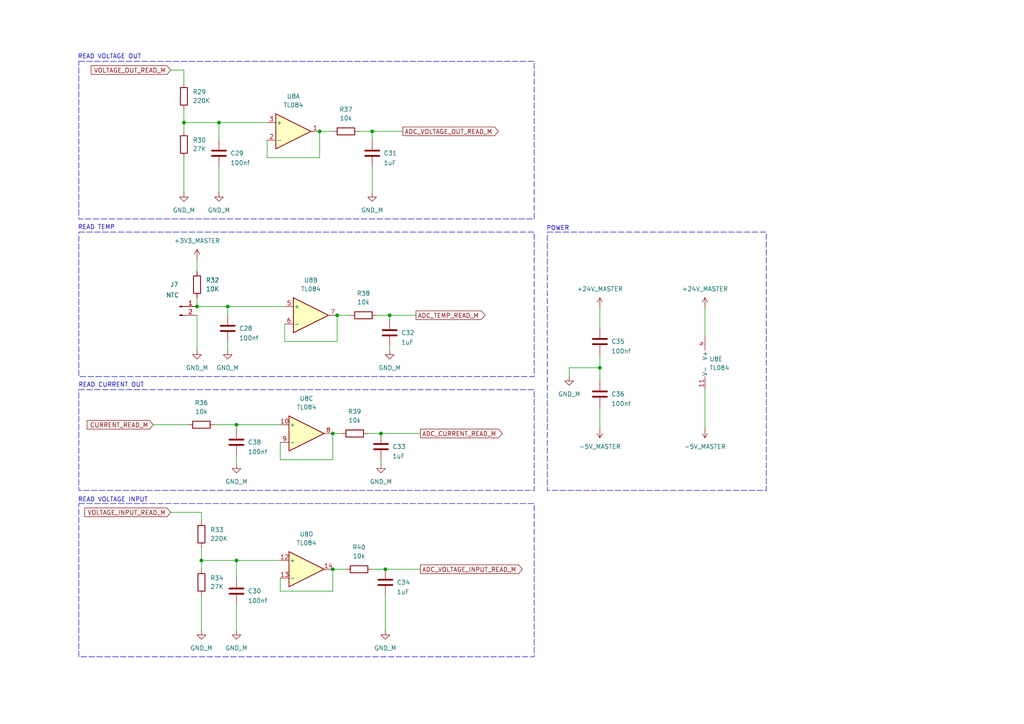
<source format=kicad_sch>
(kicad_sch
	(version 20231120)
	(generator "eeschema")
	(generator_version "8.0")
	(uuid "17d05639-2bd2-49ba-ad6d-1ea695136590")
	(paper "A4")
	(title_block
		(title "FONTE CC/CV MICROCONTROLADA")
		(rev "02")
		(company "MV TECH")
	)
	(lib_symbols
		(symbol "Amplifier_Operational:TL084"
			(pin_names
				(offset 0.127)
			)
			(exclude_from_sim no)
			(in_bom yes)
			(on_board yes)
			(property "Reference" "U"
				(at 0 5.08 0)
				(effects
					(font
						(size 1.27 1.27)
					)
					(justify left)
				)
			)
			(property "Value" "TL084"
				(at 0 -5.08 0)
				(effects
					(font
						(size 1.27 1.27)
					)
					(justify left)
				)
			)
			(property "Footprint" ""
				(at -1.27 2.54 0)
				(effects
					(font
						(size 1.27 1.27)
					)
					(hide yes)
				)
			)
			(property "Datasheet" "http://www.ti.com/lit/ds/symlink/tl081.pdf"
				(at 1.27 5.08 0)
				(effects
					(font
						(size 1.27 1.27)
					)
					(hide yes)
				)
			)
			(property "Description" "Quad JFET-Input Operational Amplifiers, DIP-14/SOIC-14/SSOP-14"
				(at 0 0 0)
				(effects
					(font
						(size 1.27 1.27)
					)
					(hide yes)
				)
			)
			(property "ki_locked" ""
				(at 0 0 0)
				(effects
					(font
						(size 1.27 1.27)
					)
				)
			)
			(property "ki_keywords" "quad opamp"
				(at 0 0 0)
				(effects
					(font
						(size 1.27 1.27)
					)
					(hide yes)
				)
			)
			(property "ki_fp_filters" "SOIC*3.9x8.7mm*P1.27mm* DIP*W7.62mm* TSSOP*4.4x5mm*P0.65mm* SSOP*5.3x6.2mm*P0.65mm* MSOP*3x3mm*P0.5mm*"
				(at 0 0 0)
				(effects
					(font
						(size 1.27 1.27)
					)
					(hide yes)
				)
			)
			(symbol "TL084_1_1"
				(polyline
					(pts
						(xy -5.08 5.08) (xy 5.08 0) (xy -5.08 -5.08) (xy -5.08 5.08)
					)
					(stroke
						(width 0.254)
						(type default)
					)
					(fill
						(type background)
					)
				)
				(pin output line
					(at 7.62 0 180)
					(length 2.54)
					(name "~"
						(effects
							(font
								(size 1.27 1.27)
							)
						)
					)
					(number "1"
						(effects
							(font
								(size 1.27 1.27)
							)
						)
					)
				)
				(pin input line
					(at -7.62 -2.54 0)
					(length 2.54)
					(name "-"
						(effects
							(font
								(size 1.27 1.27)
							)
						)
					)
					(number "2"
						(effects
							(font
								(size 1.27 1.27)
							)
						)
					)
				)
				(pin input line
					(at -7.62 2.54 0)
					(length 2.54)
					(name "+"
						(effects
							(font
								(size 1.27 1.27)
							)
						)
					)
					(number "3"
						(effects
							(font
								(size 1.27 1.27)
							)
						)
					)
				)
			)
			(symbol "TL084_2_1"
				(polyline
					(pts
						(xy -5.08 5.08) (xy 5.08 0) (xy -5.08 -5.08) (xy -5.08 5.08)
					)
					(stroke
						(width 0.254)
						(type default)
					)
					(fill
						(type background)
					)
				)
				(pin input line
					(at -7.62 2.54 0)
					(length 2.54)
					(name "+"
						(effects
							(font
								(size 1.27 1.27)
							)
						)
					)
					(number "5"
						(effects
							(font
								(size 1.27 1.27)
							)
						)
					)
				)
				(pin input line
					(at -7.62 -2.54 0)
					(length 2.54)
					(name "-"
						(effects
							(font
								(size 1.27 1.27)
							)
						)
					)
					(number "6"
						(effects
							(font
								(size 1.27 1.27)
							)
						)
					)
				)
				(pin output line
					(at 7.62 0 180)
					(length 2.54)
					(name "~"
						(effects
							(font
								(size 1.27 1.27)
							)
						)
					)
					(number "7"
						(effects
							(font
								(size 1.27 1.27)
							)
						)
					)
				)
			)
			(symbol "TL084_3_1"
				(polyline
					(pts
						(xy -5.08 5.08) (xy 5.08 0) (xy -5.08 -5.08) (xy -5.08 5.08)
					)
					(stroke
						(width 0.254)
						(type default)
					)
					(fill
						(type background)
					)
				)
				(pin input line
					(at -7.62 2.54 0)
					(length 2.54)
					(name "+"
						(effects
							(font
								(size 1.27 1.27)
							)
						)
					)
					(number "10"
						(effects
							(font
								(size 1.27 1.27)
							)
						)
					)
				)
				(pin output line
					(at 7.62 0 180)
					(length 2.54)
					(name "~"
						(effects
							(font
								(size 1.27 1.27)
							)
						)
					)
					(number "8"
						(effects
							(font
								(size 1.27 1.27)
							)
						)
					)
				)
				(pin input line
					(at -7.62 -2.54 0)
					(length 2.54)
					(name "-"
						(effects
							(font
								(size 1.27 1.27)
							)
						)
					)
					(number "9"
						(effects
							(font
								(size 1.27 1.27)
							)
						)
					)
				)
			)
			(symbol "TL084_4_1"
				(polyline
					(pts
						(xy -5.08 5.08) (xy 5.08 0) (xy -5.08 -5.08) (xy -5.08 5.08)
					)
					(stroke
						(width 0.254)
						(type default)
					)
					(fill
						(type background)
					)
				)
				(pin input line
					(at -7.62 2.54 0)
					(length 2.54)
					(name "+"
						(effects
							(font
								(size 1.27 1.27)
							)
						)
					)
					(number "12"
						(effects
							(font
								(size 1.27 1.27)
							)
						)
					)
				)
				(pin input line
					(at -7.62 -2.54 0)
					(length 2.54)
					(name "-"
						(effects
							(font
								(size 1.27 1.27)
							)
						)
					)
					(number "13"
						(effects
							(font
								(size 1.27 1.27)
							)
						)
					)
				)
				(pin output line
					(at 7.62 0 180)
					(length 2.54)
					(name "~"
						(effects
							(font
								(size 1.27 1.27)
							)
						)
					)
					(number "14"
						(effects
							(font
								(size 1.27 1.27)
							)
						)
					)
				)
			)
			(symbol "TL084_5_1"
				(pin power_in line
					(at -2.54 -7.62 90)
					(length 3.81)
					(name "V-"
						(effects
							(font
								(size 1.27 1.27)
							)
						)
					)
					(number "11"
						(effects
							(font
								(size 1.27 1.27)
							)
						)
					)
				)
				(pin power_in line
					(at -2.54 7.62 270)
					(length 3.81)
					(name "V+"
						(effects
							(font
								(size 1.27 1.27)
							)
						)
					)
					(number "4"
						(effects
							(font
								(size 1.27 1.27)
							)
						)
					)
				)
			)
		)
		(symbol "Connector:Conn_01x02_Pin"
			(pin_names
				(offset 1.016) hide)
			(exclude_from_sim no)
			(in_bom yes)
			(on_board yes)
			(property "Reference" "J"
				(at 0 2.54 0)
				(effects
					(font
						(size 1.27 1.27)
					)
				)
			)
			(property "Value" "Conn_01x02_Pin"
				(at 0 -5.08 0)
				(effects
					(font
						(size 1.27 1.27)
					)
				)
			)
			(property "Footprint" ""
				(at 0 0 0)
				(effects
					(font
						(size 1.27 1.27)
					)
					(hide yes)
				)
			)
			(property "Datasheet" "~"
				(at 0 0 0)
				(effects
					(font
						(size 1.27 1.27)
					)
					(hide yes)
				)
			)
			(property "Description" "Generic connector, single row, 01x02, script generated"
				(at 0 0 0)
				(effects
					(font
						(size 1.27 1.27)
					)
					(hide yes)
				)
			)
			(property "ki_locked" ""
				(at 0 0 0)
				(effects
					(font
						(size 1.27 1.27)
					)
				)
			)
			(property "ki_keywords" "connector"
				(at 0 0 0)
				(effects
					(font
						(size 1.27 1.27)
					)
					(hide yes)
				)
			)
			(property "ki_fp_filters" "Connector*:*_1x??_*"
				(at 0 0 0)
				(effects
					(font
						(size 1.27 1.27)
					)
					(hide yes)
				)
			)
			(symbol "Conn_01x02_Pin_1_1"
				(polyline
					(pts
						(xy 1.27 -2.54) (xy 0.8636 -2.54)
					)
					(stroke
						(width 0.1524)
						(type default)
					)
					(fill
						(type none)
					)
				)
				(polyline
					(pts
						(xy 1.27 0) (xy 0.8636 0)
					)
					(stroke
						(width 0.1524)
						(type default)
					)
					(fill
						(type none)
					)
				)
				(rectangle
					(start 0.8636 -2.413)
					(end 0 -2.667)
					(stroke
						(width 0.1524)
						(type default)
					)
					(fill
						(type outline)
					)
				)
				(rectangle
					(start 0.8636 0.127)
					(end 0 -0.127)
					(stroke
						(width 0.1524)
						(type default)
					)
					(fill
						(type outline)
					)
				)
				(pin passive line
					(at 5.08 0 180)
					(length 3.81)
					(name "Pin_1"
						(effects
							(font
								(size 1.27 1.27)
							)
						)
					)
					(number "1"
						(effects
							(font
								(size 1.27 1.27)
							)
						)
					)
				)
				(pin passive line
					(at 5.08 -2.54 180)
					(length 3.81)
					(name "Pin_2"
						(effects
							(font
								(size 1.27 1.27)
							)
						)
					)
					(number "2"
						(effects
							(font
								(size 1.27 1.27)
							)
						)
					)
				)
			)
		)
		(symbol "Device:C"
			(pin_numbers hide)
			(pin_names
				(offset 0.254)
			)
			(exclude_from_sim no)
			(in_bom yes)
			(on_board yes)
			(property "Reference" "C"
				(at 0.635 2.54 0)
				(effects
					(font
						(size 1.27 1.27)
					)
					(justify left)
				)
			)
			(property "Value" "C"
				(at 0.635 -2.54 0)
				(effects
					(font
						(size 1.27 1.27)
					)
					(justify left)
				)
			)
			(property "Footprint" ""
				(at 0.9652 -3.81 0)
				(effects
					(font
						(size 1.27 1.27)
					)
					(hide yes)
				)
			)
			(property "Datasheet" "~"
				(at 0 0 0)
				(effects
					(font
						(size 1.27 1.27)
					)
					(hide yes)
				)
			)
			(property "Description" "Unpolarized capacitor"
				(at 0 0 0)
				(effects
					(font
						(size 1.27 1.27)
					)
					(hide yes)
				)
			)
			(property "ki_keywords" "cap capacitor"
				(at 0 0 0)
				(effects
					(font
						(size 1.27 1.27)
					)
					(hide yes)
				)
			)
			(property "ki_fp_filters" "C_*"
				(at 0 0 0)
				(effects
					(font
						(size 1.27 1.27)
					)
					(hide yes)
				)
			)
			(symbol "C_0_1"
				(polyline
					(pts
						(xy -2.032 -0.762) (xy 2.032 -0.762)
					)
					(stroke
						(width 0.508)
						(type default)
					)
					(fill
						(type none)
					)
				)
				(polyline
					(pts
						(xy -2.032 0.762) (xy 2.032 0.762)
					)
					(stroke
						(width 0.508)
						(type default)
					)
					(fill
						(type none)
					)
				)
			)
			(symbol "C_1_1"
				(pin passive line
					(at 0 3.81 270)
					(length 2.794)
					(name "~"
						(effects
							(font
								(size 1.27 1.27)
							)
						)
					)
					(number "1"
						(effects
							(font
								(size 1.27 1.27)
							)
						)
					)
				)
				(pin passive line
					(at 0 -3.81 90)
					(length 2.794)
					(name "~"
						(effects
							(font
								(size 1.27 1.27)
							)
						)
					)
					(number "2"
						(effects
							(font
								(size 1.27 1.27)
							)
						)
					)
				)
			)
		)
		(symbol "Device:R"
			(pin_numbers hide)
			(pin_names
				(offset 0)
			)
			(exclude_from_sim no)
			(in_bom yes)
			(on_board yes)
			(property "Reference" "R"
				(at 2.032 0 90)
				(effects
					(font
						(size 1.27 1.27)
					)
				)
			)
			(property "Value" "R"
				(at 0 0 90)
				(effects
					(font
						(size 1.27 1.27)
					)
				)
			)
			(property "Footprint" ""
				(at -1.778 0 90)
				(effects
					(font
						(size 1.27 1.27)
					)
					(hide yes)
				)
			)
			(property "Datasheet" "~"
				(at 0 0 0)
				(effects
					(font
						(size 1.27 1.27)
					)
					(hide yes)
				)
			)
			(property "Description" "Resistor"
				(at 0 0 0)
				(effects
					(font
						(size 1.27 1.27)
					)
					(hide yes)
				)
			)
			(property "ki_keywords" "R res resistor"
				(at 0 0 0)
				(effects
					(font
						(size 1.27 1.27)
					)
					(hide yes)
				)
			)
			(property "ki_fp_filters" "R_*"
				(at 0 0 0)
				(effects
					(font
						(size 1.27 1.27)
					)
					(hide yes)
				)
			)
			(symbol "R_0_1"
				(rectangle
					(start -1.016 -2.54)
					(end 1.016 2.54)
					(stroke
						(width 0.254)
						(type default)
					)
					(fill
						(type none)
					)
				)
			)
			(symbol "R_1_1"
				(pin passive line
					(at 0 3.81 270)
					(length 1.27)
					(name "~"
						(effects
							(font
								(size 1.27 1.27)
							)
						)
					)
					(number "1"
						(effects
							(font
								(size 1.27 1.27)
							)
						)
					)
				)
				(pin passive line
					(at 0 -3.81 90)
					(length 1.27)
					(name "~"
						(effects
							(font
								(size 1.27 1.27)
							)
						)
					)
					(number "2"
						(effects
							(font
								(size 1.27 1.27)
							)
						)
					)
				)
			)
		)
		(symbol "power:GND"
			(power)
			(pin_numbers hide)
			(pin_names
				(offset 0) hide)
			(exclude_from_sim no)
			(in_bom yes)
			(on_board yes)
			(property "Reference" "#PWR"
				(at 0 -6.35 0)
				(effects
					(font
						(size 1.27 1.27)
					)
					(hide yes)
				)
			)
			(property "Value" "GND"
				(at 0 -3.81 0)
				(effects
					(font
						(size 1.27 1.27)
					)
				)
			)
			(property "Footprint" ""
				(at 0 0 0)
				(effects
					(font
						(size 1.27 1.27)
					)
					(hide yes)
				)
			)
			(property "Datasheet" ""
				(at 0 0 0)
				(effects
					(font
						(size 1.27 1.27)
					)
					(hide yes)
				)
			)
			(property "Description" "Power symbol creates a global label with name \"GND\" , ground"
				(at 0 0 0)
				(effects
					(font
						(size 1.27 1.27)
					)
					(hide yes)
				)
			)
			(property "ki_keywords" "global power"
				(at 0 0 0)
				(effects
					(font
						(size 1.27 1.27)
					)
					(hide yes)
				)
			)
			(symbol "GND_0_1"
				(polyline
					(pts
						(xy 0 0) (xy 0 -1.27) (xy 1.27 -1.27) (xy 0 -2.54) (xy -1.27 -1.27) (xy 0 -1.27)
					)
					(stroke
						(width 0)
						(type default)
					)
					(fill
						(type none)
					)
				)
			)
			(symbol "GND_1_1"
				(pin power_in line
					(at 0 0 270)
					(length 0)
					(name "~"
						(effects
							(font
								(size 1.27 1.27)
							)
						)
					)
					(number "1"
						(effects
							(font
								(size 1.27 1.27)
							)
						)
					)
				)
			)
		)
		(symbol "power:VCC"
			(power)
			(pin_numbers hide)
			(pin_names
				(offset 0) hide)
			(exclude_from_sim no)
			(in_bom yes)
			(on_board yes)
			(property "Reference" "#PWR"
				(at 0 -3.81 0)
				(effects
					(font
						(size 1.27 1.27)
					)
					(hide yes)
				)
			)
			(property "Value" "VCC"
				(at 0 3.556 0)
				(effects
					(font
						(size 1.27 1.27)
					)
				)
			)
			(property "Footprint" ""
				(at 0 0 0)
				(effects
					(font
						(size 1.27 1.27)
					)
					(hide yes)
				)
			)
			(property "Datasheet" ""
				(at 0 0 0)
				(effects
					(font
						(size 1.27 1.27)
					)
					(hide yes)
				)
			)
			(property "Description" "Power symbol creates a global label with name \"VCC\""
				(at 0 0 0)
				(effects
					(font
						(size 1.27 1.27)
					)
					(hide yes)
				)
			)
			(property "ki_keywords" "global power"
				(at 0 0 0)
				(effects
					(font
						(size 1.27 1.27)
					)
					(hide yes)
				)
			)
			(symbol "VCC_0_1"
				(polyline
					(pts
						(xy -0.762 1.27) (xy 0 2.54)
					)
					(stroke
						(width 0)
						(type default)
					)
					(fill
						(type none)
					)
				)
				(polyline
					(pts
						(xy 0 0) (xy 0 2.54)
					)
					(stroke
						(width 0)
						(type default)
					)
					(fill
						(type none)
					)
				)
				(polyline
					(pts
						(xy 0 2.54) (xy 0.762 1.27)
					)
					(stroke
						(width 0)
						(type default)
					)
					(fill
						(type none)
					)
				)
			)
			(symbol "VCC_1_1"
				(pin power_in line
					(at 0 0 90)
					(length 0)
					(name "~"
						(effects
							(font
								(size 1.27 1.27)
							)
						)
					)
					(number "1"
						(effects
							(font
								(size 1.27 1.27)
							)
						)
					)
				)
			)
		)
	)
	(junction
		(at 68.58 162.56)
		(diameter 0)
		(color 0 0 0 0)
		(uuid "0805896e-62f0-4f7a-a972-e044e0673bac")
	)
	(junction
		(at 173.99 106.68)
		(diameter 0)
		(color 0 0 0 0)
		(uuid "20936327-8c34-40e6-88cc-d9d98fb6c6b1")
	)
	(junction
		(at 113.03 91.44)
		(diameter 0)
		(color 0 0 0 0)
		(uuid "32d3fd58-b82d-4b73-8f2e-9f704f16ad15")
	)
	(junction
		(at 68.58 123.19)
		(diameter 0)
		(color 0 0 0 0)
		(uuid "465446af-599d-4979-bb95-7d00b9f9a6df")
	)
	(junction
		(at 107.95 38.1)
		(diameter 0)
		(color 0 0 0 0)
		(uuid "4edefed5-ec1e-42d7-99a6-2771865f0511")
	)
	(junction
		(at 111.76 165.1)
		(diameter 0)
		(color 0 0 0 0)
		(uuid "51499bfc-7d38-42f6-b70c-fa9dbbded473")
	)
	(junction
		(at 63.5 35.56)
		(diameter 0)
		(color 0 0 0 0)
		(uuid "61324d4f-44de-4d43-9dd3-ee1ab5274f16")
	)
	(junction
		(at 96.52 125.73)
		(diameter 0)
		(color 0 0 0 0)
		(uuid "6e47851e-64a4-43f7-925a-3554416aea2d")
	)
	(junction
		(at 96.52 165.1)
		(diameter 0)
		(color 0 0 0 0)
		(uuid "7211d711-70bf-42dc-b017-116a37cf6f05")
	)
	(junction
		(at 110.49 125.73)
		(diameter 0)
		(color 0 0 0 0)
		(uuid "75aace2d-1cf1-462a-bb79-41d49c0a0422")
	)
	(junction
		(at 58.42 162.56)
		(diameter 0)
		(color 0 0 0 0)
		(uuid "9abb4b3d-0a97-4b61-b000-8018c7c299b3")
	)
	(junction
		(at 97.79 91.44)
		(diameter 0)
		(color 0 0 0 0)
		(uuid "c5d1a999-b723-479b-bcbb-01969de04fe1")
	)
	(junction
		(at 66.04 88.9)
		(diameter 0)
		(color 0 0 0 0)
		(uuid "e3d1c612-d067-4651-b8df-e9a8294d4327")
	)
	(junction
		(at 92.71 38.1)
		(diameter 0)
		(color 0 0 0 0)
		(uuid "e4aca0d0-3845-4eda-9794-2fa6231e0d8c")
	)
	(junction
		(at 57.15 88.9)
		(diameter 0)
		(color 0 0 0 0)
		(uuid "e76edd2f-381b-4c69-9b6d-91bb7569f317")
	)
	(junction
		(at 53.34 35.56)
		(diameter 0)
		(color 0 0 0 0)
		(uuid "f4f70f52-9629-437b-b175-28773964efa3")
	)
	(wire
		(pts
			(xy 57.15 88.9) (xy 66.04 88.9)
		)
		(stroke
			(width 0)
			(type default)
		)
		(uuid "0026784b-2df8-445a-8543-0dc6ac6a7f6b")
	)
	(wire
		(pts
			(xy 58.42 158.75) (xy 58.42 162.56)
		)
		(stroke
			(width 0)
			(type default)
		)
		(uuid "01241332-8c98-4390-bd5c-9cbad541ab79")
	)
	(wire
		(pts
			(xy 77.47 45.72) (xy 92.71 45.72)
		)
		(stroke
			(width 0)
			(type default)
		)
		(uuid "10139475-ab9a-4b37-a318-f90241a9d60e")
	)
	(wire
		(pts
			(xy 68.58 162.56) (xy 68.58 167.64)
		)
		(stroke
			(width 0)
			(type default)
		)
		(uuid "13f63332-4b3b-4dc7-826f-ec5549af2719")
	)
	(wire
		(pts
			(xy 44.45 123.19) (xy 54.61 123.19)
		)
		(stroke
			(width 0)
			(type default)
		)
		(uuid "1aa57edd-838f-4a40-8582-e3c6d8d464d3")
	)
	(wire
		(pts
			(xy 106.68 125.73) (xy 110.49 125.73)
		)
		(stroke
			(width 0)
			(type default)
		)
		(uuid "2657cac2-41a3-4a02-aaed-691ba83bbae6")
	)
	(wire
		(pts
			(xy 53.34 35.56) (xy 63.5 35.56)
		)
		(stroke
			(width 0)
			(type default)
		)
		(uuid "28c662f6-1fbc-4e84-b5ee-39e70d32182b")
	)
	(wire
		(pts
			(xy 53.34 45.72) (xy 53.34 55.88)
		)
		(stroke
			(width 0)
			(type default)
		)
		(uuid "291327a7-8a79-4285-9e02-31736826550a")
	)
	(wire
		(pts
			(xy 62.23 123.19) (xy 68.58 123.19)
		)
		(stroke
			(width 0)
			(type default)
		)
		(uuid "2ab68847-19ff-419f-b2a6-6ffcc61ad9e9")
	)
	(wire
		(pts
			(xy 107.95 38.1) (xy 116.84 38.1)
		)
		(stroke
			(width 0)
			(type default)
		)
		(uuid "2cc2a07c-14ea-456c-80dd-c4135eccf7f9")
	)
	(wire
		(pts
			(xy 81.28 128.27) (xy 81.28 133.35)
		)
		(stroke
			(width 0)
			(type default)
		)
		(uuid "3302f812-a590-487d-8be9-13c764056984")
	)
	(wire
		(pts
			(xy 96.52 125.73) (xy 99.06 125.73)
		)
		(stroke
			(width 0)
			(type default)
		)
		(uuid "3c9b4eaf-253e-4319-a42d-adcc49a6ac80")
	)
	(wire
		(pts
			(xy 113.03 91.44) (xy 113.03 92.71)
		)
		(stroke
			(width 0)
			(type default)
		)
		(uuid "413e4224-94f3-41ad-b970-07f739e0b4bd")
	)
	(wire
		(pts
			(xy 63.5 35.56) (xy 63.5 40.64)
		)
		(stroke
			(width 0)
			(type default)
		)
		(uuid "4546da37-f69c-4a4b-bdf7-0e15d2dc6dbb")
	)
	(wire
		(pts
			(xy 104.14 38.1) (xy 107.95 38.1)
		)
		(stroke
			(width 0)
			(type default)
		)
		(uuid "4a99be5b-d87d-4b89-a30f-cde3ff73bd52")
	)
	(wire
		(pts
			(xy 53.34 31.75) (xy 53.34 35.56)
		)
		(stroke
			(width 0)
			(type default)
		)
		(uuid "4b0e591b-6a5e-443a-a2c5-2a54e433ad70")
	)
	(wire
		(pts
			(xy 57.15 91.44) (xy 57.15 101.6)
		)
		(stroke
			(width 0)
			(type default)
		)
		(uuid "5183904a-d4f7-49bc-8dff-81f72d1ba7c7")
	)
	(wire
		(pts
			(xy 111.76 165.1) (xy 121.92 165.1)
		)
		(stroke
			(width 0)
			(type default)
		)
		(uuid "5481698a-4846-41f1-a6ed-725699795b3d")
	)
	(wire
		(pts
			(xy 53.34 38.1) (xy 53.34 35.56)
		)
		(stroke
			(width 0)
			(type default)
		)
		(uuid "5595bedf-8c79-4858-a4dd-56766bc59157")
	)
	(wire
		(pts
			(xy 111.76 172.72) (xy 111.76 182.88)
		)
		(stroke
			(width 0)
			(type default)
		)
		(uuid "628dc77c-1275-431d-9a6d-7c31ab23e713")
	)
	(wire
		(pts
			(xy 173.99 102.87) (xy 173.99 106.68)
		)
		(stroke
			(width 0)
			(type default)
		)
		(uuid "66a2601b-93ee-4c1b-ba3e-6af38d1d506e")
	)
	(wire
		(pts
			(xy 81.28 133.35) (xy 96.52 133.35)
		)
		(stroke
			(width 0)
			(type default)
		)
		(uuid "7a37fb15-92e4-426d-a3f0-299bf7989689")
	)
	(wire
		(pts
			(xy 173.99 118.11) (xy 173.99 124.46)
		)
		(stroke
			(width 0)
			(type default)
		)
		(uuid "7bafd553-d9e7-4552-a80d-ed966b2e666e")
	)
	(wire
		(pts
			(xy 68.58 175.26) (xy 68.58 182.88)
		)
		(stroke
			(width 0)
			(type default)
		)
		(uuid "8d4653ae-d7ab-49da-9310-7bf83848446e")
	)
	(wire
		(pts
			(xy 68.58 123.19) (xy 81.28 123.19)
		)
		(stroke
			(width 0)
			(type default)
		)
		(uuid "8d874d83-6451-47dc-a05c-4c8d3de05792")
	)
	(wire
		(pts
			(xy 53.34 20.32) (xy 49.53 20.32)
		)
		(stroke
			(width 0)
			(type default)
		)
		(uuid "94069260-2b9f-4a38-8b25-b81e5b3a3fcf")
	)
	(wire
		(pts
			(xy 109.22 91.44) (xy 113.03 91.44)
		)
		(stroke
			(width 0)
			(type default)
		)
		(uuid "98d6fc24-5b64-442f-8d58-ca2561cbcb43")
	)
	(wire
		(pts
			(xy 107.95 48.26) (xy 107.95 55.88)
		)
		(stroke
			(width 0)
			(type default)
		)
		(uuid "9b675391-e2db-4f98-b024-12b508282ffd")
	)
	(wire
		(pts
			(xy 97.79 91.44) (xy 101.6 91.44)
		)
		(stroke
			(width 0)
			(type default)
		)
		(uuid "9c161b35-1489-45a9-a66f-4b77774eb888")
	)
	(wire
		(pts
			(xy 57.15 74.93) (xy 57.15 78.74)
		)
		(stroke
			(width 0)
			(type default)
		)
		(uuid "9d3e4d0d-430d-487f-a25c-5028d2795422")
	)
	(wire
		(pts
			(xy 165.1 106.68) (xy 173.99 106.68)
		)
		(stroke
			(width 0)
			(type default)
		)
		(uuid "9da0bd43-f60e-43a3-879b-4ffb2dd85dbf")
	)
	(wire
		(pts
			(xy 173.99 88.9) (xy 173.99 95.25)
		)
		(stroke
			(width 0)
			(type default)
		)
		(uuid "9f715f9a-0c2b-49c6-8dc8-baff0d03b8b3")
	)
	(wire
		(pts
			(xy 96.52 165.1) (xy 100.33 165.1)
		)
		(stroke
			(width 0)
			(type default)
		)
		(uuid "9fdf2240-067a-4b3f-b8bb-4c6c55892cd9")
	)
	(wire
		(pts
			(xy 110.49 133.35) (xy 110.49 134.62)
		)
		(stroke
			(width 0)
			(type default)
		)
		(uuid "abd890b8-69fc-4f7d-b889-166679d5c55f")
	)
	(wire
		(pts
			(xy 63.5 48.26) (xy 63.5 55.88)
		)
		(stroke
			(width 0)
			(type default)
		)
		(uuid "b766f27e-a1ab-4dd4-b009-f3c779c5dd26")
	)
	(wire
		(pts
			(xy 63.5 35.56) (xy 77.47 35.56)
		)
		(stroke
			(width 0)
			(type default)
		)
		(uuid "bab9af80-2f9d-4610-b040-e934c8eaedfe")
	)
	(wire
		(pts
			(xy 96.52 133.35) (xy 96.52 125.73)
		)
		(stroke
			(width 0)
			(type default)
		)
		(uuid "befe47f1-2c0d-4aa0-8817-6ff2c4e0b464")
	)
	(wire
		(pts
			(xy 107.95 38.1) (xy 107.95 40.64)
		)
		(stroke
			(width 0)
			(type default)
		)
		(uuid "c1fae260-709e-40fe-91b9-8835107b7f3e")
	)
	(wire
		(pts
			(xy 66.04 88.9) (xy 66.04 91.44)
		)
		(stroke
			(width 0)
			(type default)
		)
		(uuid "c23830eb-34d8-4baa-acc3-ea7de5f5f330")
	)
	(wire
		(pts
			(xy 82.55 99.06) (xy 97.79 99.06)
		)
		(stroke
			(width 0)
			(type default)
		)
		(uuid "c6e4d3f1-efef-48bd-9879-5fcd7a8a08d8")
	)
	(wire
		(pts
			(xy 66.04 88.9) (xy 82.55 88.9)
		)
		(stroke
			(width 0)
			(type default)
		)
		(uuid "cc8be6c7-e557-49a1-b5fa-63d6f428a8e7")
	)
	(wire
		(pts
			(xy 58.42 165.1) (xy 58.42 162.56)
		)
		(stroke
			(width 0)
			(type default)
		)
		(uuid "d28e627e-60e5-4d34-be7f-d9ab0552e0bb")
	)
	(wire
		(pts
			(xy 77.47 40.64) (xy 77.47 45.72)
		)
		(stroke
			(width 0)
			(type default)
		)
		(uuid "d3241c11-4963-4354-9faa-9e16f1e46802")
	)
	(wire
		(pts
			(xy 49.53 148.59) (xy 58.42 148.59)
		)
		(stroke
			(width 0)
			(type default)
		)
		(uuid "d482018c-0b07-4a95-9119-eb5e5d1f24d4")
	)
	(wire
		(pts
			(xy 113.03 91.44) (xy 120.65 91.44)
		)
		(stroke
			(width 0)
			(type default)
		)
		(uuid "d59e1f1c-c034-4bd4-b3fc-d71c9d7b164d")
	)
	(wire
		(pts
			(xy 165.1 109.22) (xy 165.1 106.68)
		)
		(stroke
			(width 0)
			(type default)
		)
		(uuid "d6eca197-0003-4af1-a4ab-0d648e9826d6")
	)
	(wire
		(pts
			(xy 107.95 165.1) (xy 111.76 165.1)
		)
		(stroke
			(width 0)
			(type default)
		)
		(uuid "d7d36199-f002-412d-a093-3ed5550f96fb")
	)
	(wire
		(pts
			(xy 81.28 171.45) (xy 96.52 171.45)
		)
		(stroke
			(width 0)
			(type default)
		)
		(uuid "d942db4f-cfbb-46a0-baae-8d0b06024d0c")
	)
	(wire
		(pts
			(xy 113.03 100.33) (xy 113.03 101.6)
		)
		(stroke
			(width 0)
			(type default)
		)
		(uuid "d9ea608a-0dca-4835-8092-d1b55fe8543c")
	)
	(wire
		(pts
			(xy 82.55 93.98) (xy 82.55 99.06)
		)
		(stroke
			(width 0)
			(type default)
		)
		(uuid "dea82968-eac5-4ea5-a409-6d176d959a64")
	)
	(wire
		(pts
			(xy 204.47 88.9) (xy 204.47 97.79)
		)
		(stroke
			(width 0)
			(type default)
		)
		(uuid "debfc810-bb51-4d00-bc58-aed1c13dceb3")
	)
	(wire
		(pts
			(xy 96.52 171.45) (xy 96.52 165.1)
		)
		(stroke
			(width 0)
			(type default)
		)
		(uuid "e31c3851-9006-4da7-b126-a705f8481e7b")
	)
	(wire
		(pts
			(xy 110.49 125.73) (xy 121.92 125.73)
		)
		(stroke
			(width 0)
			(type default)
		)
		(uuid "e41938cd-a143-4fdb-85bb-8f6a1684ffec")
	)
	(wire
		(pts
			(xy 66.04 101.6) (xy 66.04 99.06)
		)
		(stroke
			(width 0)
			(type default)
		)
		(uuid "e51facd7-f46f-4d44-a781-9363361f30fd")
	)
	(wire
		(pts
			(xy 204.47 113.03) (xy 204.47 124.46)
		)
		(stroke
			(width 0)
			(type default)
		)
		(uuid "e6353150-4625-41d5-bf3c-1d189917111b")
	)
	(wire
		(pts
			(xy 53.34 24.13) (xy 53.34 20.32)
		)
		(stroke
			(width 0)
			(type default)
		)
		(uuid "e86c8938-2b7f-4a23-ba68-e75e0aae4eaa")
	)
	(wire
		(pts
			(xy 97.79 91.44) (xy 97.79 99.06)
		)
		(stroke
			(width 0)
			(type default)
		)
		(uuid "e9559afd-4cb7-46ba-86f3-a97c6bd4ac1e")
	)
	(wire
		(pts
			(xy 68.58 162.56) (xy 81.28 162.56)
		)
		(stroke
			(width 0)
			(type default)
		)
		(uuid "e9f146fb-eb3c-446e-9811-9ec62d363567")
	)
	(wire
		(pts
			(xy 58.42 172.72) (xy 58.42 182.88)
		)
		(stroke
			(width 0)
			(type default)
		)
		(uuid "ed519d9e-2a9e-43f3-b3db-806ed87c5782")
	)
	(wire
		(pts
			(xy 58.42 151.13) (xy 58.42 148.59)
		)
		(stroke
			(width 0)
			(type default)
		)
		(uuid "f0d58962-8e3d-46a6-afac-504031fad364")
	)
	(wire
		(pts
			(xy 68.58 123.19) (xy 68.58 124.46)
		)
		(stroke
			(width 0)
			(type default)
		)
		(uuid "f38406ba-865b-43aa-9afe-574afb703331")
	)
	(wire
		(pts
			(xy 57.15 86.36) (xy 57.15 88.9)
		)
		(stroke
			(width 0)
			(type default)
		)
		(uuid "f4243f6b-a341-46bc-a7c5-f0329b2ec551")
	)
	(wire
		(pts
			(xy 58.42 162.56) (xy 68.58 162.56)
		)
		(stroke
			(width 0)
			(type default)
		)
		(uuid "f68a2a1d-6cdf-4bcf-8198-3734282af559")
	)
	(wire
		(pts
			(xy 92.71 38.1) (xy 96.52 38.1)
		)
		(stroke
			(width 0)
			(type default)
		)
		(uuid "fa94877f-e919-4f0d-bb2b-4ea001cbd507")
	)
	(wire
		(pts
			(xy 81.28 167.64) (xy 81.28 171.45)
		)
		(stroke
			(width 0)
			(type default)
		)
		(uuid "fddad471-9c34-4230-8bed-d65a31f7901a")
	)
	(wire
		(pts
			(xy 92.71 38.1) (xy 92.71 45.72)
		)
		(stroke
			(width 0)
			(type default)
		)
		(uuid "fdf369ca-f9ab-48b9-9299-a402f2e840ea")
	)
	(wire
		(pts
			(xy 68.58 132.08) (xy 68.58 134.62)
		)
		(stroke
			(width 0)
			(type default)
		)
		(uuid "fe3c36fc-a091-4a87-a1c8-93e65b798826")
	)
	(wire
		(pts
			(xy 173.99 106.68) (xy 173.99 110.49)
		)
		(stroke
			(width 0)
			(type default)
		)
		(uuid "febf7cd8-5b73-4482-8c1b-666ec5b87d1d")
	)
	(rectangle
		(start 22.86 17.78)
		(end 154.94 63.5)
		(stroke
			(width 0)
			(type dash)
		)
		(fill
			(type none)
		)
		(uuid 28942c82-2e14-4d70-b600-6a519b9f66e1)
	)
	(rectangle
		(start 22.86 113.03)
		(end 154.94 142.24)
		(stroke
			(width 0)
			(type dash)
		)
		(fill
			(type none)
		)
		(uuid 602d8f69-4e89-45d2-9cc4-430e2378c27a)
	)
	(rectangle
		(start 22.86 67.31)
		(end 154.94 109.22)
		(stroke
			(width 0)
			(type dash)
		)
		(fill
			(type none)
		)
		(uuid 7500669e-fb1c-4f8c-bb2a-3f70eb5a94c5)
	)
	(rectangle
		(start 22.86 146.05)
		(end 154.94 190.5)
		(stroke
			(width 0)
			(type dash)
		)
		(fill
			(type none)
		)
		(uuid d028a221-76c5-4a20-b6c3-38d4bd89d5f2)
	)
	(rectangle
		(start 158.75 67.31)
		(end 222.25 142.24)
		(stroke
			(width 0)
			(type dash)
		)
		(fill
			(type none)
		)
		(uuid f3039a5e-ad7a-4103-93dd-8f33dab5564a)
	)
	(text "READ VOLTAGE OUT\n\n"
		(exclude_from_sim no)
		(at 31.75 17.526 0)
		(effects
			(font
				(size 1.27 1.27)
			)
		)
		(uuid "1777c383-e5b3-460d-a754-fb6ba59e2ab8")
	)
	(text "POWER\n"
		(exclude_from_sim no)
		(at 161.798 66.294 0)
		(effects
			(font
				(size 1.27 1.27)
			)
		)
		(uuid "1e72ee8f-4f19-414a-a1a4-e58ccfa07c9f")
	)
	(text "READ TEMP\n"
		(exclude_from_sim no)
		(at 27.94 66.04 0)
		(effects
			(font
				(size 1.27 1.27)
			)
		)
		(uuid "c468fe51-2707-4756-9ff4-97c8e37a075e")
	)
	(text "READ VOLTAGE INPUT\n"
		(exclude_from_sim no)
		(at 32.766 145.034 0)
		(effects
			(font
				(size 1.27 1.27)
			)
		)
		(uuid "eeefbfed-1a95-457c-94d2-d211fcdf374c")
	)
	(text "READ CURRENT OUT\n\n"
		(exclude_from_sim no)
		(at 32.258 112.776 0)
		(effects
			(font
				(size 1.27 1.27)
			)
		)
		(uuid "f7ff1711-b020-45ba-af42-52c0d91f0dc4")
	)
	(global_label "VOLTAGE_OUT_READ_M"
		(shape input)
		(at 49.53 20.32 180)
		(fields_autoplaced yes)
		(effects
			(font
				(size 1.27 1.27)
			)
			(justify right)
		)
		(uuid "319f6aea-618b-4f94-a884-c43925afdc51")
		(property "Intersheetrefs" "${INTERSHEET_REFS}"
			(at 25.862 20.32 0)
			(effects
				(font
					(size 1.27 1.27)
				)
				(justify right)
				(hide yes)
			)
		)
	)
	(global_label "VOLTAGE_INPUT_READ_M"
		(shape input)
		(at 49.53 148.59 180)
		(fields_autoplaced yes)
		(effects
			(font
				(size 1.27 1.27)
			)
			(justify right)
		)
		(uuid "323d4039-f979-4b90-8852-3bb3398eeee6")
		(property "Intersheetrefs" "${INTERSHEET_REFS}"
			(at 23.9872 148.59 0)
			(effects
				(font
					(size 1.27 1.27)
				)
				(justify right)
				(hide yes)
			)
		)
	)
	(global_label "ADC_TEMP_READ_M"
		(shape output)
		(at 120.65 91.44 0)
		(fields_autoplaced yes)
		(effects
			(font
				(size 1.27 1.27)
			)
			(justify left)
		)
		(uuid "375fa69f-f98b-434b-957c-e22cd54d5d0d")
		(property "Intersheetrefs" "${INTERSHEET_REFS}"
			(at 141.2336 91.44 0)
			(effects
				(font
					(size 1.27 1.27)
				)
				(justify left)
				(hide yes)
			)
		)
	)
	(global_label "ADC_CURRENT_READ_M"
		(shape output)
		(at 121.92 125.73 0)
		(fields_autoplaced yes)
		(effects
			(font
				(size 1.27 1.27)
			)
			(justify left)
		)
		(uuid "833c0736-d9e1-4478-81c3-a523d977a532")
		(property "Intersheetrefs" "${INTERSHEET_REFS}"
			(at 146.2532 125.73 0)
			(effects
				(font
					(size 1.27 1.27)
				)
				(justify left)
				(hide yes)
			)
		)
	)
	(global_label "ADC_VOLTAGE_INPUT_READ_M"
		(shape output)
		(at 121.92 165.1 0)
		(fields_autoplaced yes)
		(effects
			(font
				(size 1.27 1.27)
			)
			(justify left)
		)
		(uuid "b42c60fc-76ae-4812-a879-ebf9a00a0389")
		(property "Intersheetrefs" "${INTERSHEET_REFS}"
			(at 152.059 165.1 0)
			(effects
				(font
					(size 1.27 1.27)
				)
				(justify left)
				(hide yes)
			)
		)
	)
	(global_label "CURRENT_READ_M"
		(shape input)
		(at 44.45 123.19 180)
		(fields_autoplaced yes)
		(effects
			(font
				(size 1.27 1.27)
			)
			(justify right)
		)
		(uuid "bd824a56-337f-47f3-ab9d-b8da2463d1ef")
		(property "Intersheetrefs" "${INTERSHEET_REFS}"
			(at 24.713 123.19 0)
			(effects
				(font
					(size 1.27 1.27)
				)
				(justify right)
				(hide yes)
			)
		)
	)
	(global_label "ADC_VOLTAGE_OUT_READ_M"
		(shape output)
		(at 116.84 38.1 0)
		(fields_autoplaced yes)
		(effects
			(font
				(size 1.27 1.27)
			)
			(justify left)
		)
		(uuid "db1d151e-e996-42be-a2c1-2434beaebc9e")
		(property "Intersheetrefs" "${INTERSHEET_REFS}"
			(at 145.1042 38.1 0)
			(effects
				(font
					(size 1.27 1.27)
				)
				(justify left)
				(hide yes)
			)
		)
	)
	(symbol
		(lib_id "Device:R")
		(at 105.41 91.44 90)
		(unit 1)
		(exclude_from_sim no)
		(in_bom yes)
		(on_board yes)
		(dnp no)
		(fields_autoplaced yes)
		(uuid "073675d5-b987-4075-b75c-e8fd05d55cb6")
		(property "Reference" "R38"
			(at 105.41 85.09 90)
			(effects
				(font
					(size 1.27 1.27)
				)
			)
		)
		(property "Value" "10k"
			(at 105.41 87.63 90)
			(effects
				(font
					(size 1.27 1.27)
				)
			)
		)
		(property "Footprint" "Resistor_SMD:R_0805_2012Metric"
			(at 105.41 93.218 90)
			(effects
				(font
					(size 1.27 1.27)
				)
				(hide yes)
			)
		)
		(property "Datasheet" "~"
			(at 105.41 91.44 0)
			(effects
				(font
					(size 1.27 1.27)
				)
				(hide yes)
			)
		)
		(property "Description" "Resistor"
			(at 105.41 91.44 0)
			(effects
				(font
					(size 1.27 1.27)
				)
				(hide yes)
			)
		)
		(pin "1"
			(uuid "d4f5262e-0617-4e7e-918b-f322528ef970")
		)
		(pin "2"
			(uuid "00aa6713-2aef-407f-be39-81bd4b317ece")
		)
		(instances
			(project "FONTE_V2"
				(path "/b66137f9-f871-4921-ab89-353bfdf398cf/72c98937-6d0d-4426-807d-d8081a5049a4"
					(reference "R38")
					(unit 1)
				)
			)
		)
	)
	(symbol
		(lib_id "Device:R")
		(at 58.42 123.19 90)
		(unit 1)
		(exclude_from_sim no)
		(in_bom yes)
		(on_board yes)
		(dnp no)
		(fields_autoplaced yes)
		(uuid "13eba1f4-0d4c-465d-ac0c-c1124fcd5952")
		(property "Reference" "R36"
			(at 58.42 116.84 90)
			(effects
				(font
					(size 1.27 1.27)
				)
			)
		)
		(property "Value" "10k"
			(at 58.42 119.38 90)
			(effects
				(font
					(size 1.27 1.27)
				)
			)
		)
		(property "Footprint" "Resistor_SMD:R_0805_2012Metric"
			(at 58.42 124.968 90)
			(effects
				(font
					(size 1.27 1.27)
				)
				(hide yes)
			)
		)
		(property "Datasheet" "~"
			(at 58.42 123.19 0)
			(effects
				(font
					(size 1.27 1.27)
				)
				(hide yes)
			)
		)
		(property "Description" "Resistor"
			(at 58.42 123.19 0)
			(effects
				(font
					(size 1.27 1.27)
				)
				(hide yes)
			)
		)
		(pin "1"
			(uuid "b69438a2-eb66-43d2-a801-90c099bd529f")
		)
		(pin "2"
			(uuid "9d698d11-4dff-4f8c-b66e-7b780895a0dc")
		)
		(instances
			(project "FONTE_V2"
				(path "/b66137f9-f871-4921-ab89-353bfdf398cf/72c98937-6d0d-4426-807d-d8081a5049a4"
					(reference "R36")
					(unit 1)
				)
			)
		)
	)
	(symbol
		(lib_id "Device:C")
		(at 66.04 95.25 0)
		(unit 1)
		(exclude_from_sim no)
		(in_bom yes)
		(on_board yes)
		(dnp no)
		(uuid "1550f1c9-4820-483d-967f-9bb4d6d91a67")
		(property "Reference" "C28"
			(at 69.342 95.25 0)
			(effects
				(font
					(size 1.27 1.27)
				)
				(justify left)
			)
		)
		(property "Value" "100nf"
			(at 69.342 98.044 0)
			(effects
				(font
					(size 1.27 1.27)
				)
				(justify left)
			)
		)
		(property "Footprint" "Capacitor_SMD:C_0805_2012Metric"
			(at 67.0052 99.06 0)
			(effects
				(font
					(size 1.27 1.27)
				)
				(hide yes)
			)
		)
		(property "Datasheet" "~"
			(at 66.04 95.25 0)
			(effects
				(font
					(size 1.27 1.27)
				)
				(hide yes)
			)
		)
		(property "Description" "Unpolarized capacitor"
			(at 66.04 95.25 0)
			(effects
				(font
					(size 1.27 1.27)
				)
				(hide yes)
			)
		)
		(pin "1"
			(uuid "aa8e103b-9fb6-499d-aa3d-18a3b0e077cc")
		)
		(pin "2"
			(uuid "4cd84558-7a50-44c1-944b-31b50257746f")
		)
		(instances
			(project "FONTE_V2"
				(path "/b66137f9-f871-4921-ab89-353bfdf398cf/72c98937-6d0d-4426-807d-d8081a5049a4"
					(reference "C28")
					(unit 1)
				)
			)
		)
	)
	(symbol
		(lib_id "Device:R")
		(at 102.87 125.73 90)
		(unit 1)
		(exclude_from_sim no)
		(in_bom yes)
		(on_board yes)
		(dnp no)
		(fields_autoplaced yes)
		(uuid "1e258493-03e7-47fd-9658-6a67ebbac0fd")
		(property "Reference" "R39"
			(at 102.87 119.38 90)
			(effects
				(font
					(size 1.27 1.27)
				)
			)
		)
		(property "Value" "10k"
			(at 102.87 121.92 90)
			(effects
				(font
					(size 1.27 1.27)
				)
			)
		)
		(property "Footprint" "Resistor_SMD:R_0805_2012Metric"
			(at 102.87 127.508 90)
			(effects
				(font
					(size 1.27 1.27)
				)
				(hide yes)
			)
		)
		(property "Datasheet" "~"
			(at 102.87 125.73 0)
			(effects
				(font
					(size 1.27 1.27)
				)
				(hide yes)
			)
		)
		(property "Description" "Resistor"
			(at 102.87 125.73 0)
			(effects
				(font
					(size 1.27 1.27)
				)
				(hide yes)
			)
		)
		(pin "1"
			(uuid "8d7775ca-f8b6-483b-8deb-5f6861985fb3")
		)
		(pin "2"
			(uuid "4e7f7261-029c-491e-bd85-5084bc96da7d")
		)
		(instances
			(project "FONTE_V2"
				(path "/b66137f9-f871-4921-ab89-353bfdf398cf/72c98937-6d0d-4426-807d-d8081a5049a4"
					(reference "R39")
					(unit 1)
				)
			)
		)
	)
	(symbol
		(lib_id "Device:C")
		(at 111.76 168.91 0)
		(unit 1)
		(exclude_from_sim no)
		(in_bom yes)
		(on_board yes)
		(dnp no)
		(uuid "2520091d-9394-4066-81e5-d4ea7098f708")
		(property "Reference" "C34"
			(at 115.062 168.91 0)
			(effects
				(font
					(size 1.27 1.27)
				)
				(justify left)
			)
		)
		(property "Value" "1uF"
			(at 115.062 171.704 0)
			(effects
				(font
					(size 1.27 1.27)
				)
				(justify left)
			)
		)
		(property "Footprint" "Capacitor_SMD:C_0805_2012Metric"
			(at 112.7252 172.72 0)
			(effects
				(font
					(size 1.27 1.27)
				)
				(hide yes)
			)
		)
		(property "Datasheet" "~"
			(at 111.76 168.91 0)
			(effects
				(font
					(size 1.27 1.27)
				)
				(hide yes)
			)
		)
		(property "Description" "Unpolarized capacitor"
			(at 111.76 168.91 0)
			(effects
				(font
					(size 1.27 1.27)
				)
				(hide yes)
			)
		)
		(pin "1"
			(uuid "4f9b0be1-101e-48ee-be3d-4f85d944c667")
		)
		(pin "2"
			(uuid "8f686dc5-0fe9-4ad3-ba2f-ad866dde6456")
		)
		(instances
			(project "FONTE_V2"
				(path "/b66137f9-f871-4921-ab89-353bfdf398cf/72c98937-6d0d-4426-807d-d8081a5049a4"
					(reference "C34")
					(unit 1)
				)
			)
		)
	)
	(symbol
		(lib_id "power:GND")
		(at 113.03 101.6 0)
		(unit 1)
		(exclude_from_sim no)
		(in_bom yes)
		(on_board yes)
		(dnp no)
		(fields_autoplaced yes)
		(uuid "273d5f4b-ef14-4576-996c-4a0624828be1")
		(property "Reference" "#PWR082"
			(at 113.03 107.95 0)
			(effects
				(font
					(size 1.27 1.27)
				)
				(hide yes)
			)
		)
		(property "Value" "GND_M"
			(at 113.03 106.68 0)
			(effects
				(font
					(size 1.27 1.27)
				)
			)
		)
		(property "Footprint" ""
			(at 113.03 101.6 0)
			(effects
				(font
					(size 1.27 1.27)
				)
				(hide yes)
			)
		)
		(property "Datasheet" ""
			(at 113.03 101.6 0)
			(effects
				(font
					(size 1.27 1.27)
				)
				(hide yes)
			)
		)
		(property "Description" "Power symbol creates a global label with name \"GND\" , ground"
			(at 113.03 101.6 0)
			(effects
				(font
					(size 1.27 1.27)
				)
				(hide yes)
			)
		)
		(pin "1"
			(uuid "1cf8c63e-5361-4c7e-a5a6-dce6f3b5e041")
		)
		(instances
			(project "FONTE_V2"
				(path "/b66137f9-f871-4921-ab89-353bfdf398cf/72c98937-6d0d-4426-807d-d8081a5049a4"
					(reference "#PWR082")
					(unit 1)
				)
			)
		)
	)
	(symbol
		(lib_id "Device:R")
		(at 53.34 41.91 0)
		(unit 1)
		(exclude_from_sim no)
		(in_bom yes)
		(on_board yes)
		(dnp no)
		(fields_autoplaced yes)
		(uuid "28c2ac60-7d9a-496b-8404-6e579417d337")
		(property "Reference" "R30"
			(at 55.88 40.6399 0)
			(effects
				(font
					(size 1.27 1.27)
				)
				(justify left)
			)
		)
		(property "Value" "27K"
			(at 55.88 43.1799 0)
			(effects
				(font
					(size 1.27 1.27)
				)
				(justify left)
			)
		)
		(property "Footprint" "Resistor_SMD:R_0805_2012Metric"
			(at 51.562 41.91 90)
			(effects
				(font
					(size 1.27 1.27)
				)
				(hide yes)
			)
		)
		(property "Datasheet" "~"
			(at 53.34 41.91 0)
			(effects
				(font
					(size 1.27 1.27)
				)
				(hide yes)
			)
		)
		(property "Description" "Resistor"
			(at 53.34 41.91 0)
			(effects
				(font
					(size 1.27 1.27)
				)
				(hide yes)
			)
		)
		(pin "1"
			(uuid "4763cab2-29a9-4a34-b00a-4d4c9475509c")
		)
		(pin "2"
			(uuid "860919c0-1031-49f8-bf72-7f1fbfaf40e2")
		)
		(instances
			(project "FONTE_V2"
				(path "/b66137f9-f871-4921-ab89-353bfdf398cf/72c98937-6d0d-4426-807d-d8081a5049a4"
					(reference "R30")
					(unit 1)
				)
			)
		)
	)
	(symbol
		(lib_id "Device:R")
		(at 100.33 38.1 90)
		(unit 1)
		(exclude_from_sim no)
		(in_bom yes)
		(on_board yes)
		(dnp no)
		(fields_autoplaced yes)
		(uuid "38f44a62-bd6b-47f5-b08e-2c4959730f8a")
		(property "Reference" "R37"
			(at 100.33 31.75 90)
			(effects
				(font
					(size 1.27 1.27)
				)
			)
		)
		(property "Value" "10k"
			(at 100.33 34.29 90)
			(effects
				(font
					(size 1.27 1.27)
				)
			)
		)
		(property "Footprint" "Resistor_SMD:R_0805_2012Metric"
			(at 100.33 39.878 90)
			(effects
				(font
					(size 1.27 1.27)
				)
				(hide yes)
			)
		)
		(property "Datasheet" "~"
			(at 100.33 38.1 0)
			(effects
				(font
					(size 1.27 1.27)
				)
				(hide yes)
			)
		)
		(property "Description" "Resistor"
			(at 100.33 38.1 0)
			(effects
				(font
					(size 1.27 1.27)
				)
				(hide yes)
			)
		)
		(pin "1"
			(uuid "c7eedd4f-a38e-4053-8137-cb124730e30e")
		)
		(pin "2"
			(uuid "5df266d3-478d-4490-9cc2-b7f74ba454b2")
		)
		(instances
			(project "FONTE_V2"
				(path "/b66137f9-f871-4921-ab89-353bfdf398cf/72c98937-6d0d-4426-807d-d8081a5049a4"
					(reference "R37")
					(unit 1)
				)
			)
		)
	)
	(symbol
		(lib_id "power:GND")
		(at 63.5 55.88 0)
		(unit 1)
		(exclude_from_sim no)
		(in_bom yes)
		(on_board yes)
		(dnp no)
		(fields_autoplaced yes)
		(uuid "3f38cb7f-e8be-479d-9051-57b2f20c6046")
		(property "Reference" "#PWR079"
			(at 63.5 62.23 0)
			(effects
				(font
					(size 1.27 1.27)
				)
				(hide yes)
			)
		)
		(property "Value" "GND_M"
			(at 63.5 60.96 0)
			(effects
				(font
					(size 1.27 1.27)
				)
			)
		)
		(property "Footprint" ""
			(at 63.5 55.88 0)
			(effects
				(font
					(size 1.27 1.27)
				)
				(hide yes)
			)
		)
		(property "Datasheet" ""
			(at 63.5 55.88 0)
			(effects
				(font
					(size 1.27 1.27)
				)
				(hide yes)
			)
		)
		(property "Description" "Power symbol creates a global label with name \"GND\" , ground"
			(at 63.5 55.88 0)
			(effects
				(font
					(size 1.27 1.27)
				)
				(hide yes)
			)
		)
		(pin "1"
			(uuid "2b349f94-ee66-49b3-8439-3ead6f157a04")
		)
		(instances
			(project "FONTE_V2"
				(path "/b66137f9-f871-4921-ab89-353bfdf398cf/72c98937-6d0d-4426-807d-d8081a5049a4"
					(reference "#PWR079")
					(unit 1)
				)
			)
		)
	)
	(symbol
		(lib_id "Device:R")
		(at 53.34 27.94 0)
		(unit 1)
		(exclude_from_sim no)
		(in_bom yes)
		(on_board yes)
		(dnp no)
		(fields_autoplaced yes)
		(uuid "403b640f-1b1e-459b-bf35-e376083feb13")
		(property "Reference" "R29"
			(at 55.88 26.6699 0)
			(effects
				(font
					(size 1.27 1.27)
				)
				(justify left)
			)
		)
		(property "Value" "220K"
			(at 55.88 29.2099 0)
			(effects
				(font
					(size 1.27 1.27)
				)
				(justify left)
			)
		)
		(property "Footprint" "Resistor_SMD:R_0805_2012Metric"
			(at 51.562 27.94 90)
			(effects
				(font
					(size 1.27 1.27)
				)
				(hide yes)
			)
		)
		(property "Datasheet" "~"
			(at 53.34 27.94 0)
			(effects
				(font
					(size 1.27 1.27)
				)
				(hide yes)
			)
		)
		(property "Description" "Resistor"
			(at 53.34 27.94 0)
			(effects
				(font
					(size 1.27 1.27)
				)
				(hide yes)
			)
		)
		(pin "1"
			(uuid "0dc9451b-b65a-4d4d-af63-a55df89cfbd7")
		)
		(pin "2"
			(uuid "64c1da34-7305-4188-80d2-f3466f1223ac")
		)
		(instances
			(project "FONTE_V2"
				(path "/b66137f9-f871-4921-ab89-353bfdf398cf/72c98937-6d0d-4426-807d-d8081a5049a4"
					(reference "R29")
					(unit 1)
				)
			)
		)
	)
	(symbol
		(lib_id "Device:C")
		(at 173.99 99.06 0)
		(unit 1)
		(exclude_from_sim no)
		(in_bom yes)
		(on_board yes)
		(dnp no)
		(uuid "43de70ad-3fc0-411d-b70d-8ef9f56e6aeb")
		(property "Reference" "C35"
			(at 177.292 99.06 0)
			(effects
				(font
					(size 1.27 1.27)
				)
				(justify left)
			)
		)
		(property "Value" "100nf"
			(at 177.292 101.854 0)
			(effects
				(font
					(size 1.27 1.27)
				)
				(justify left)
			)
		)
		(property "Footprint" "Capacitor_SMD:C_0805_2012Metric"
			(at 174.9552 102.87 0)
			(effects
				(font
					(size 1.27 1.27)
				)
				(hide yes)
			)
		)
		(property "Datasheet" "~"
			(at 173.99 99.06 0)
			(effects
				(font
					(size 1.27 1.27)
				)
				(hide yes)
			)
		)
		(property "Description" "Unpolarized capacitor"
			(at 173.99 99.06 0)
			(effects
				(font
					(size 1.27 1.27)
				)
				(hide yes)
			)
		)
		(pin "1"
			(uuid "4d18eb0d-c9b0-48df-bc9c-a3b69521074e")
		)
		(pin "2"
			(uuid "a8cd1d12-b952-4e9a-9619-d3c05edd0640")
		)
		(instances
			(project "FONTE_V2"
				(path "/b66137f9-f871-4921-ab89-353bfdf398cf/72c98937-6d0d-4426-807d-d8081a5049a4"
					(reference "C35")
					(unit 1)
				)
			)
		)
	)
	(symbol
		(lib_id "Device:C")
		(at 173.99 114.3 0)
		(unit 1)
		(exclude_from_sim no)
		(in_bom yes)
		(on_board yes)
		(dnp no)
		(uuid "47357f6d-b7c9-4890-b945-3c4c8ccfc829")
		(property "Reference" "C36"
			(at 177.292 114.3 0)
			(effects
				(font
					(size 1.27 1.27)
				)
				(justify left)
			)
		)
		(property "Value" "100nf"
			(at 177.292 117.094 0)
			(effects
				(font
					(size 1.27 1.27)
				)
				(justify left)
			)
		)
		(property "Footprint" "Capacitor_SMD:C_0805_2012Metric"
			(at 174.9552 118.11 0)
			(effects
				(font
					(size 1.27 1.27)
				)
				(hide yes)
			)
		)
		(property "Datasheet" "~"
			(at 173.99 114.3 0)
			(effects
				(font
					(size 1.27 1.27)
				)
				(hide yes)
			)
		)
		(property "Description" "Unpolarized capacitor"
			(at 173.99 114.3 0)
			(effects
				(font
					(size 1.27 1.27)
				)
				(hide yes)
			)
		)
		(pin "1"
			(uuid "be681382-d951-447b-a34c-2a83b6962f89")
		)
		(pin "2"
			(uuid "1c29f259-148d-470c-b20e-c048d3b70ff5")
		)
		(instances
			(project "FONTE_V2"
				(path "/b66137f9-f871-4921-ab89-353bfdf398cf/72c98937-6d0d-4426-807d-d8081a5049a4"
					(reference "C36")
					(unit 1)
				)
			)
		)
	)
	(symbol
		(lib_id "Amplifier_Operational:TL084")
		(at 90.17 91.44 0)
		(unit 2)
		(exclude_from_sim no)
		(in_bom yes)
		(on_board yes)
		(dnp no)
		(fields_autoplaced yes)
		(uuid "4e488b0a-258d-4e7e-b06b-48e46df54b2c")
		(property "Reference" "U8"
			(at 90.17 81.28 0)
			(effects
				(font
					(size 1.27 1.27)
				)
			)
		)
		(property "Value" "TL084"
			(at 90.17 83.82 0)
			(effects
				(font
					(size 1.27 1.27)
				)
			)
		)
		(property "Footprint" "Package_SO:SOIC-14_3.9x8.7mm_P1.27mm"
			(at 88.9 88.9 0)
			(effects
				(font
					(size 1.27 1.27)
				)
				(hide yes)
			)
		)
		(property "Datasheet" "http://www.ti.com/lit/ds/symlink/tl081.pdf"
			(at 91.44 86.36 0)
			(effects
				(font
					(size 1.27 1.27)
				)
				(hide yes)
			)
		)
		(property "Description" "Quad JFET-Input Operational Amplifiers, DIP-14/SOIC-14/SSOP-14"
			(at 90.17 91.44 0)
			(effects
				(font
					(size 1.27 1.27)
				)
				(hide yes)
			)
		)
		(pin "10"
			(uuid "a0885277-d34c-4315-b8bf-8b7ef31730b1")
		)
		(pin "2"
			(uuid "3b6503cb-ab5c-448b-bcf5-2f2f3b6fc47e")
		)
		(pin "4"
			(uuid "6fd5b033-500d-4329-a135-4ede8b2014e3")
		)
		(pin "9"
			(uuid "fdd46d19-3d3e-4e13-a35f-4a59a810d0dc")
		)
		(pin "8"
			(uuid "abd37011-d657-40dc-8712-cf547c9719c5")
		)
		(pin "1"
			(uuid "fed46228-c29a-4d2b-86ac-d5545d56aa8e")
		)
		(pin "12"
			(uuid "cf1d544e-93b4-4956-86c9-d54b8b1e0746")
		)
		(pin "13"
			(uuid "a6aab745-fc32-417a-86f5-55d0c7c0a6c9")
		)
		(pin "14"
			(uuid "49042ff6-cc7a-45f6-96ba-cd3aeff62639")
		)
		(pin "3"
			(uuid "5f04e365-1cc2-4303-a448-f2a4c20a8e0e")
		)
		(pin "11"
			(uuid "90548a07-4d44-46a2-86ca-f9379f3f150e")
		)
		(pin "7"
			(uuid "46edbee6-bc8f-482f-8b5e-3a9cb00345c0")
		)
		(pin "6"
			(uuid "5d6537e5-5ac3-42a5-b5b6-53606ee39c61")
		)
		(pin "5"
			(uuid "e09d329e-d942-434a-92d8-69fa5ff9f7ae")
		)
		(instances
			(project "FONTE_V2"
				(path "/b66137f9-f871-4921-ab89-353bfdf398cf/72c98937-6d0d-4426-807d-d8081a5049a4"
					(reference "U8")
					(unit 2)
				)
			)
		)
	)
	(symbol
		(lib_id "power:VCC")
		(at 204.47 88.9 0)
		(unit 1)
		(exclude_from_sim no)
		(in_bom yes)
		(on_board yes)
		(dnp no)
		(fields_autoplaced yes)
		(uuid "5044df15-90e0-4582-b11d-204f301cd794")
		(property "Reference" "#PWR0100"
			(at 204.47 92.71 0)
			(effects
				(font
					(size 1.27 1.27)
				)
				(hide yes)
			)
		)
		(property "Value" "+24V_MASTER"
			(at 204.47 83.82 0)
			(effects
				(font
					(size 1.27 1.27)
				)
			)
		)
		(property "Footprint" ""
			(at 204.47 88.9 0)
			(effects
				(font
					(size 1.27 1.27)
				)
				(hide yes)
			)
		)
		(property "Datasheet" ""
			(at 204.47 88.9 0)
			(effects
				(font
					(size 1.27 1.27)
				)
				(hide yes)
			)
		)
		(property "Description" "Power symbol creates a global label with name \"VCC\""
			(at 204.47 88.9 0)
			(effects
				(font
					(size 1.27 1.27)
				)
				(hide yes)
			)
		)
		(pin "1"
			(uuid "19186571-59a4-46cd-9d68-c3ca8fe1901a")
		)
		(instances
			(project "FONTE_V2"
				(path "/b66137f9-f871-4921-ab89-353bfdf398cf/72c98937-6d0d-4426-807d-d8081a5049a4"
					(reference "#PWR0100")
					(unit 1)
				)
			)
		)
	)
	(symbol
		(lib_id "power:GND")
		(at 107.95 55.88 0)
		(unit 1)
		(exclude_from_sim no)
		(in_bom yes)
		(on_board yes)
		(dnp no)
		(fields_autoplaced yes)
		(uuid "548d9bdf-d896-4b34-ae8f-53c22f4ddcf0")
		(property "Reference" "#PWR083"
			(at 107.95 62.23 0)
			(effects
				(font
					(size 1.27 1.27)
				)
				(hide yes)
			)
		)
		(property "Value" "GND_M"
			(at 107.95 60.96 0)
			(effects
				(font
					(size 1.27 1.27)
				)
			)
		)
		(property "Footprint" ""
			(at 107.95 55.88 0)
			(effects
				(font
					(size 1.27 1.27)
				)
				(hide yes)
			)
		)
		(property "Datasheet" ""
			(at 107.95 55.88 0)
			(effects
				(font
					(size 1.27 1.27)
				)
				(hide yes)
			)
		)
		(property "Description" "Power symbol creates a global label with name \"GND\" , ground"
			(at 107.95 55.88 0)
			(effects
				(font
					(size 1.27 1.27)
				)
				(hide yes)
			)
		)
		(pin "1"
			(uuid "5a37fa38-61ef-42dd-b952-c9ccc81edf86")
		)
		(instances
			(project "FONTE_V2"
				(path "/b66137f9-f871-4921-ab89-353bfdf398cf/72c98937-6d0d-4426-807d-d8081a5049a4"
					(reference "#PWR083")
					(unit 1)
				)
			)
		)
	)
	(symbol
		(lib_id "Device:C")
		(at 63.5 44.45 0)
		(unit 1)
		(exclude_from_sim no)
		(in_bom yes)
		(on_board yes)
		(dnp no)
		(uuid "65ba3901-062e-4361-9130-b5c97a9c3186")
		(property "Reference" "C29"
			(at 66.802 44.45 0)
			(effects
				(font
					(size 1.27 1.27)
				)
				(justify left)
			)
		)
		(property "Value" "100nf"
			(at 66.802 47.244 0)
			(effects
				(font
					(size 1.27 1.27)
				)
				(justify left)
			)
		)
		(property "Footprint" "Capacitor_SMD:C_0805_2012Metric"
			(at 64.4652 48.26 0)
			(effects
				(font
					(size 1.27 1.27)
				)
				(hide yes)
			)
		)
		(property "Datasheet" "~"
			(at 63.5 44.45 0)
			(effects
				(font
					(size 1.27 1.27)
				)
				(hide yes)
			)
		)
		(property "Description" "Unpolarized capacitor"
			(at 63.5 44.45 0)
			(effects
				(font
					(size 1.27 1.27)
				)
				(hide yes)
			)
		)
		(pin "1"
			(uuid "2b366d03-29b1-4177-95b4-cdaa3a956146")
		)
		(pin "2"
			(uuid "0d3fcb39-4cc2-45a4-8a3b-372a6dc01a96")
		)
		(instances
			(project "FONTE_V2"
				(path "/b66137f9-f871-4921-ab89-353bfdf398cf/72c98937-6d0d-4426-807d-d8081a5049a4"
					(reference "C29")
					(unit 1)
				)
			)
		)
	)
	(symbol
		(lib_id "Device:C")
		(at 68.58 128.27 0)
		(unit 1)
		(exclude_from_sim no)
		(in_bom yes)
		(on_board yes)
		(dnp no)
		(uuid "7140da6f-6760-4c69-ba4b-1d3d9c832b84")
		(property "Reference" "C38"
			(at 71.882 128.27 0)
			(effects
				(font
					(size 1.27 1.27)
				)
				(justify left)
			)
		)
		(property "Value" "100nf"
			(at 71.882 131.064 0)
			(effects
				(font
					(size 1.27 1.27)
				)
				(justify left)
			)
		)
		(property "Footprint" "Capacitor_SMD:C_0805_2012Metric"
			(at 69.5452 132.08 0)
			(effects
				(font
					(size 1.27 1.27)
				)
				(hide yes)
			)
		)
		(property "Datasheet" "~"
			(at 68.58 128.27 0)
			(effects
				(font
					(size 1.27 1.27)
				)
				(hide yes)
			)
		)
		(property "Description" "Unpolarized capacitor"
			(at 68.58 128.27 0)
			(effects
				(font
					(size 1.27 1.27)
				)
				(hide yes)
			)
		)
		(pin "1"
			(uuid "a0b4ee1f-73d6-4bbb-aadc-d1bf9bf1f2cb")
		)
		(pin "2"
			(uuid "1c8a0578-6ebd-4681-9fab-f0a117c29a4f")
		)
		(instances
			(project "FONTE_V2"
				(path "/b66137f9-f871-4921-ab89-353bfdf398cf/72c98937-6d0d-4426-807d-d8081a5049a4"
					(reference "C38")
					(unit 1)
				)
			)
		)
	)
	(symbol
		(lib_id "power:GND")
		(at 57.15 101.6 0)
		(unit 1)
		(exclude_from_sim no)
		(in_bom yes)
		(on_board yes)
		(dnp no)
		(fields_autoplaced yes)
		(uuid "76990cdf-6191-4f62-9347-eb025ee848e2")
		(property "Reference" "#PWR076"
			(at 57.15 107.95 0)
			(effects
				(font
					(size 1.27 1.27)
				)
				(hide yes)
			)
		)
		(property "Value" "GND_M"
			(at 57.15 106.68 0)
			(effects
				(font
					(size 1.27 1.27)
				)
			)
		)
		(property "Footprint" ""
			(at 57.15 101.6 0)
			(effects
				(font
					(size 1.27 1.27)
				)
				(hide yes)
			)
		)
		(property "Datasheet" ""
			(at 57.15 101.6 0)
			(effects
				(font
					(size 1.27 1.27)
				)
				(hide yes)
			)
		)
		(property "Description" "Power symbol creates a global label with name \"GND\" , ground"
			(at 57.15 101.6 0)
			(effects
				(font
					(size 1.27 1.27)
				)
				(hide yes)
			)
		)
		(pin "1"
			(uuid "1fff9684-80a9-45b0-b1cb-6c2cf7e50c01")
		)
		(instances
			(project "FONTE_V2"
				(path "/b66137f9-f871-4921-ab89-353bfdf398cf/72c98937-6d0d-4426-807d-d8081a5049a4"
					(reference "#PWR076")
					(unit 1)
				)
			)
		)
	)
	(symbol
		(lib_id "power:VCC")
		(at 173.99 88.9 0)
		(unit 1)
		(exclude_from_sim no)
		(in_bom yes)
		(on_board yes)
		(dnp no)
		(fields_autoplaced yes)
		(uuid "781f21d6-1c2b-4fe0-b146-8b3233ff1991")
		(property "Reference" "#PWR085"
			(at 173.99 92.71 0)
			(effects
				(font
					(size 1.27 1.27)
				)
				(hide yes)
			)
		)
		(property "Value" "+24V_MASTER"
			(at 173.99 83.82 0)
			(effects
				(font
					(size 1.27 1.27)
				)
			)
		)
		(property "Footprint" ""
			(at 173.99 88.9 0)
			(effects
				(font
					(size 1.27 1.27)
				)
				(hide yes)
			)
		)
		(property "Datasheet" ""
			(at 173.99 88.9 0)
			(effects
				(font
					(size 1.27 1.27)
				)
				(hide yes)
			)
		)
		(property "Description" "Power symbol creates a global label with name \"VCC\""
			(at 173.99 88.9 0)
			(effects
				(font
					(size 1.27 1.27)
				)
				(hide yes)
			)
		)
		(pin "1"
			(uuid "25143631-ba23-47a1-8318-bd69639ed477")
		)
		(instances
			(project "FONTE_V2"
				(path "/b66137f9-f871-4921-ab89-353bfdf398cf/72c98937-6d0d-4426-807d-d8081a5049a4"
					(reference "#PWR085")
					(unit 1)
				)
			)
		)
	)
	(symbol
		(lib_id "Device:C")
		(at 110.49 129.54 0)
		(unit 1)
		(exclude_from_sim no)
		(in_bom yes)
		(on_board yes)
		(dnp no)
		(uuid "8c3a349f-278d-4ee9-9048-789b68ff552f")
		(property "Reference" "C33"
			(at 113.792 129.54 0)
			(effects
				(font
					(size 1.27 1.27)
				)
				(justify left)
			)
		)
		(property "Value" "1uF"
			(at 113.792 132.334 0)
			(effects
				(font
					(size 1.27 1.27)
				)
				(justify left)
			)
		)
		(property "Footprint" "Capacitor_SMD:C_0805_2012Metric"
			(at 111.4552 133.35 0)
			(effects
				(font
					(size 1.27 1.27)
				)
				(hide yes)
			)
		)
		(property "Datasheet" "~"
			(at 110.49 129.54 0)
			(effects
				(font
					(size 1.27 1.27)
				)
				(hide yes)
			)
		)
		(property "Description" "Unpolarized capacitor"
			(at 110.49 129.54 0)
			(effects
				(font
					(size 1.27 1.27)
				)
				(hide yes)
			)
		)
		(pin "1"
			(uuid "63b215f5-7aab-4733-9b67-ef524ee57b11")
		)
		(pin "2"
			(uuid "23a5473b-68db-4d3d-b3f3-d97c37f97d4d")
		)
		(instances
			(project "FONTE_V2"
				(path "/b66137f9-f871-4921-ab89-353bfdf398cf/72c98937-6d0d-4426-807d-d8081a5049a4"
					(reference "C33")
					(unit 1)
				)
			)
		)
	)
	(symbol
		(lib_id "Device:R")
		(at 58.42 154.94 0)
		(unit 1)
		(exclude_from_sim no)
		(in_bom yes)
		(on_board yes)
		(dnp no)
		(fields_autoplaced yes)
		(uuid "8ca214a3-d0d9-481c-8ccd-43a85fb5b116")
		(property "Reference" "R33"
			(at 60.96 153.6699 0)
			(effects
				(font
					(size 1.27 1.27)
				)
				(justify left)
			)
		)
		(property "Value" "220K"
			(at 60.96 156.2099 0)
			(effects
				(font
					(size 1.27 1.27)
				)
				(justify left)
			)
		)
		(property "Footprint" "Resistor_SMD:R_0805_2012Metric"
			(at 56.642 154.94 90)
			(effects
				(font
					(size 1.27 1.27)
				)
				(hide yes)
			)
		)
		(property "Datasheet" "~"
			(at 58.42 154.94 0)
			(effects
				(font
					(size 1.27 1.27)
				)
				(hide yes)
			)
		)
		(property "Description" "Resistor"
			(at 58.42 154.94 0)
			(effects
				(font
					(size 1.27 1.27)
				)
				(hide yes)
			)
		)
		(pin "1"
			(uuid "c97ebb75-b160-4152-894e-50f655834a53")
		)
		(pin "2"
			(uuid "2f72e48d-8565-4a44-92c3-ff8b79be8357")
		)
		(instances
			(project "FONTE_V2"
				(path "/b66137f9-f871-4921-ab89-353bfdf398cf/72c98937-6d0d-4426-807d-d8081a5049a4"
					(reference "R33")
					(unit 1)
				)
			)
		)
	)
	(symbol
		(lib_id "Device:C")
		(at 113.03 96.52 0)
		(unit 1)
		(exclude_from_sim no)
		(in_bom yes)
		(on_board yes)
		(dnp no)
		(uuid "90fcea30-ce45-4105-91cd-ff5f67aa0127")
		(property "Reference" "C32"
			(at 116.332 96.52 0)
			(effects
				(font
					(size 1.27 1.27)
				)
				(justify left)
			)
		)
		(property "Value" "1uF"
			(at 116.332 99.314 0)
			(effects
				(font
					(size 1.27 1.27)
				)
				(justify left)
			)
		)
		(property "Footprint" "Capacitor_SMD:C_0805_2012Metric"
			(at 113.9952 100.33 0)
			(effects
				(font
					(size 1.27 1.27)
				)
				(hide yes)
			)
		)
		(property "Datasheet" "~"
			(at 113.03 96.52 0)
			(effects
				(font
					(size 1.27 1.27)
				)
				(hide yes)
			)
		)
		(property "Description" "Unpolarized capacitor"
			(at 113.03 96.52 0)
			(effects
				(font
					(size 1.27 1.27)
				)
				(hide yes)
			)
		)
		(pin "1"
			(uuid "9ee4b086-56e7-460e-9c70-fb77d0663039")
		)
		(pin "2"
			(uuid "14ecbef3-5ba5-410a-8c4c-07b114d6f10a")
		)
		(instances
			(project "FONTE_V2"
				(path "/b66137f9-f871-4921-ab89-353bfdf398cf/72c98937-6d0d-4426-807d-d8081a5049a4"
					(reference "C32")
					(unit 1)
				)
			)
		)
	)
	(symbol
		(lib_id "Amplifier_Operational:TL084")
		(at 88.9 125.73 0)
		(unit 3)
		(exclude_from_sim no)
		(in_bom yes)
		(on_board yes)
		(dnp no)
		(fields_autoplaced yes)
		(uuid "9504ed7f-a997-4d74-8e62-4a6b55fb79b9")
		(property "Reference" "U8"
			(at 88.9 115.57 0)
			(effects
				(font
					(size 1.27 1.27)
				)
			)
		)
		(property "Value" "TL084"
			(at 88.9 118.11 0)
			(effects
				(font
					(size 1.27 1.27)
				)
			)
		)
		(property "Footprint" "Package_SO:SOIC-14_3.9x8.7mm_P1.27mm"
			(at 87.63 123.19 0)
			(effects
				(font
					(size 1.27 1.27)
				)
				(hide yes)
			)
		)
		(property "Datasheet" "http://www.ti.com/lit/ds/symlink/tl081.pdf"
			(at 90.17 120.65 0)
			(effects
				(font
					(size 1.27 1.27)
				)
				(hide yes)
			)
		)
		(property "Description" "Quad JFET-Input Operational Amplifiers, DIP-14/SOIC-14/SSOP-14"
			(at 88.9 125.73 0)
			(effects
				(font
					(size 1.27 1.27)
				)
				(hide yes)
			)
		)
		(pin "10"
			(uuid "a0885277-d34c-4315-b8bf-8b7ef31730b2")
		)
		(pin "2"
			(uuid "3b6503cb-ab5c-448b-bcf5-2f2f3b6fc47f")
		)
		(pin "4"
			(uuid "6fd5b033-500d-4329-a135-4ede8b2014e4")
		)
		(pin "9"
			(uuid "fdd46d19-3d3e-4e13-a35f-4a59a810d0dd")
		)
		(pin "8"
			(uuid "abd37011-d657-40dc-8712-cf547c9719c6")
		)
		(pin "1"
			(uuid "fed46228-c29a-4d2b-86ac-d5545d56aa8f")
		)
		(pin "12"
			(uuid "cf1d544e-93b4-4956-86c9-d54b8b1e0747")
		)
		(pin "13"
			(uuid "a6aab745-fc32-417a-86f5-55d0c7c0a6ca")
		)
		(pin "14"
			(uuid "49042ff6-cc7a-45f6-96ba-cd3aeff6263a")
		)
		(pin "3"
			(uuid "5f04e365-1cc2-4303-a448-f2a4c20a8e0f")
		)
		(pin "11"
			(uuid "90548a07-4d44-46a2-86ca-f9379f3f150f")
		)
		(pin "7"
			(uuid "46edbee6-bc8f-482f-8b5e-3a9cb00345c1")
		)
		(pin "6"
			(uuid "5d6537e5-5ac3-42a5-b5b6-53606ee39c62")
		)
		(pin "5"
			(uuid "e09d329e-d942-434a-92d8-69fa5ff9f7af")
		)
		(instances
			(project "FONTE_V2"
				(path "/b66137f9-f871-4921-ab89-353bfdf398cf/72c98937-6d0d-4426-807d-d8081a5049a4"
					(reference "U8")
					(unit 3)
				)
			)
		)
	)
	(symbol
		(lib_id "power:GND")
		(at 111.76 182.88 0)
		(unit 1)
		(exclude_from_sim no)
		(in_bom yes)
		(on_board yes)
		(dnp no)
		(fields_autoplaced yes)
		(uuid "9675411d-e36d-44da-86fb-d0025a75bdbd")
		(property "Reference" "#PWR087"
			(at 111.76 189.23 0)
			(effects
				(font
					(size 1.27 1.27)
				)
				(hide yes)
			)
		)
		(property "Value" "GND_M"
			(at 111.76 187.96 0)
			(effects
				(font
					(size 1.27 1.27)
				)
			)
		)
		(property "Footprint" ""
			(at 111.76 182.88 0)
			(effects
				(font
					(size 1.27 1.27)
				)
				(hide yes)
			)
		)
		(property "Datasheet" ""
			(at 111.76 182.88 0)
			(effects
				(font
					(size 1.27 1.27)
				)
				(hide yes)
			)
		)
		(property "Description" "Power symbol creates a global label with name \"GND\" , ground"
			(at 111.76 182.88 0)
			(effects
				(font
					(size 1.27 1.27)
				)
				(hide yes)
			)
		)
		(pin "1"
			(uuid "3ce9b2d1-5195-43f7-9895-1816173bcad5")
		)
		(instances
			(project "FONTE_V2"
				(path "/b66137f9-f871-4921-ab89-353bfdf398cf/72c98937-6d0d-4426-807d-d8081a5049a4"
					(reference "#PWR087")
					(unit 1)
				)
			)
		)
	)
	(symbol
		(lib_id "Connector:Conn_01x02_Pin")
		(at 52.07 88.9 0)
		(unit 1)
		(exclude_from_sim no)
		(in_bom yes)
		(on_board yes)
		(dnp no)
		(uuid "976519de-200f-4d24-ab02-fd5e5fb32c4d")
		(property "Reference" "J7"
			(at 50.546 82.55 0)
			(effects
				(font
					(size 1.27 1.27)
				)
			)
		)
		(property "Value" "NTC"
			(at 50.038 85.598 0)
			(effects
				(font
					(size 1.27 1.27)
				)
			)
		)
		(property "Footprint" "Connector_PinSocket_2.54mm:PinSocket_1x02_P2.54mm_Vertical"
			(at 52.07 88.9 0)
			(effects
				(font
					(size 1.27 1.27)
				)
				(hide yes)
			)
		)
		(property "Datasheet" "~"
			(at 52.07 88.9 0)
			(effects
				(font
					(size 1.27 1.27)
				)
				(hide yes)
			)
		)
		(property "Description" "Generic connector, single row, 01x02, script generated"
			(at 52.07 88.9 0)
			(effects
				(font
					(size 1.27 1.27)
				)
				(hide yes)
			)
		)
		(pin "2"
			(uuid "68032ca3-e9f5-4086-89a8-c6497ac36f2c")
		)
		(pin "1"
			(uuid "77cc58c5-abd6-4e84-9426-b0bc44229c81")
		)
		(instances
			(project "FONTE_V2"
				(path "/b66137f9-f871-4921-ab89-353bfdf398cf/72c98937-6d0d-4426-807d-d8081a5049a4"
					(reference "J7")
					(unit 1)
				)
			)
		)
	)
	(symbol
		(lib_id "Amplifier_Operational:TL084")
		(at 88.9 165.1 0)
		(unit 4)
		(exclude_from_sim no)
		(in_bom yes)
		(on_board yes)
		(dnp no)
		(fields_autoplaced yes)
		(uuid "a7ead993-75f9-47c2-8b84-da903390730c")
		(property "Reference" "U8"
			(at 88.9 154.94 0)
			(effects
				(font
					(size 1.27 1.27)
				)
			)
		)
		(property "Value" "TL084"
			(at 88.9 157.48 0)
			(effects
				(font
					(size 1.27 1.27)
				)
			)
		)
		(property "Footprint" "Package_SO:SOIC-14_3.9x8.7mm_P1.27mm"
			(at 87.63 162.56 0)
			(effects
				(font
					(size 1.27 1.27)
				)
				(hide yes)
			)
		)
		(property "Datasheet" "http://www.ti.com/lit/ds/symlink/tl081.pdf"
			(at 90.17 160.02 0)
			(effects
				(font
					(size 1.27 1.27)
				)
				(hide yes)
			)
		)
		(property "Description" "Quad JFET-Input Operational Amplifiers, DIP-14/SOIC-14/SSOP-14"
			(at 88.9 165.1 0)
			(effects
				(font
					(size 1.27 1.27)
				)
				(hide yes)
			)
		)
		(pin "10"
			(uuid "a0885277-d34c-4315-b8bf-8b7ef31730b3")
		)
		(pin "2"
			(uuid "3b6503cb-ab5c-448b-bcf5-2f2f3b6fc480")
		)
		(pin "4"
			(uuid "6fd5b033-500d-4329-a135-4ede8b2014e5")
		)
		(pin "9"
			(uuid "fdd46d19-3d3e-4e13-a35f-4a59a810d0de")
		)
		(pin "8"
			(uuid "abd37011-d657-40dc-8712-cf547c9719c7")
		)
		(pin "1"
			(uuid "fed46228-c29a-4d2b-86ac-d5545d56aa90")
		)
		(pin "12"
			(uuid "cf1d544e-93b4-4956-86c9-d54b8b1e0748")
		)
		(pin "13"
			(uuid "a6aab745-fc32-417a-86f5-55d0c7c0a6cb")
		)
		(pin "14"
			(uuid "49042ff6-cc7a-45f6-96ba-cd3aeff6263b")
		)
		(pin "3"
			(uuid "5f04e365-1cc2-4303-a448-f2a4c20a8e10")
		)
		(pin "11"
			(uuid "90548a07-4d44-46a2-86ca-f9379f3f1510")
		)
		(pin "7"
			(uuid "46edbee6-bc8f-482f-8b5e-3a9cb00345c2")
		)
		(pin "6"
			(uuid "5d6537e5-5ac3-42a5-b5b6-53606ee39c63")
		)
		(pin "5"
			(uuid "e09d329e-d942-434a-92d8-69fa5ff9f7b0")
		)
		(instances
			(project "FONTE_V2"
				(path "/b66137f9-f871-4921-ab89-353bfdf398cf/72c98937-6d0d-4426-807d-d8081a5049a4"
					(reference "U8")
					(unit 4)
				)
			)
		)
	)
	(symbol
		(lib_id "Amplifier_Operational:TL084")
		(at 85.09 38.1 0)
		(unit 1)
		(exclude_from_sim no)
		(in_bom yes)
		(on_board yes)
		(dnp no)
		(fields_autoplaced yes)
		(uuid "a82a236d-8aac-4903-b4e5-5fe42d88e6df")
		(property "Reference" "U8"
			(at 85.09 27.94 0)
			(effects
				(font
					(size 1.27 1.27)
				)
			)
		)
		(property "Value" "TL084"
			(at 85.09 30.48 0)
			(effects
				(font
					(size 1.27 1.27)
				)
			)
		)
		(property "Footprint" "Package_SO:SOIC-14_3.9x8.7mm_P1.27mm"
			(at 83.82 35.56 0)
			(effects
				(font
					(size 1.27 1.27)
				)
				(hide yes)
			)
		)
		(property "Datasheet" "http://www.ti.com/lit/ds/symlink/tl081.pdf"
			(at 86.36 33.02 0)
			(effects
				(font
					(size 1.27 1.27)
				)
				(hide yes)
			)
		)
		(property "Description" "Quad JFET-Input Operational Amplifiers, DIP-14/SOIC-14/SSOP-14"
			(at 85.09 38.1 0)
			(effects
				(font
					(size 1.27 1.27)
				)
				(hide yes)
			)
		)
		(pin "10"
			(uuid "a0885277-d34c-4315-b8bf-8b7ef31730b4")
		)
		(pin "2"
			(uuid "3b6503cb-ab5c-448b-bcf5-2f2f3b6fc481")
		)
		(pin "4"
			(uuid "6fd5b033-500d-4329-a135-4ede8b2014e6")
		)
		(pin "9"
			(uuid "fdd46d19-3d3e-4e13-a35f-4a59a810d0df")
		)
		(pin "8"
			(uuid "abd37011-d657-40dc-8712-cf547c9719c8")
		)
		(pin "1"
			(uuid "fed46228-c29a-4d2b-86ac-d5545d56aa91")
		)
		(pin "12"
			(uuid "cf1d544e-93b4-4956-86c9-d54b8b1e0749")
		)
		(pin "13"
			(uuid "a6aab745-fc32-417a-86f5-55d0c7c0a6cc")
		)
		(pin "14"
			(uuid "49042ff6-cc7a-45f6-96ba-cd3aeff6263c")
		)
		(pin "3"
			(uuid "5f04e365-1cc2-4303-a448-f2a4c20a8e11")
		)
		(pin "11"
			(uuid "90548a07-4d44-46a2-86ca-f9379f3f1511")
		)
		(pin "7"
			(uuid "46edbee6-bc8f-482f-8b5e-3a9cb00345c3")
		)
		(pin "6"
			(uuid "5d6537e5-5ac3-42a5-b5b6-53606ee39c64")
		)
		(pin "5"
			(uuid "e09d329e-d942-434a-92d8-69fa5ff9f7b1")
		)
		(instances
			(project "FONTE_V2"
				(path "/b66137f9-f871-4921-ab89-353bfdf398cf/72c98937-6d0d-4426-807d-d8081a5049a4"
					(reference "U8")
					(unit 1)
				)
			)
		)
	)
	(symbol
		(lib_id "power:GND")
		(at 110.49 134.62 0)
		(unit 1)
		(exclude_from_sim no)
		(in_bom yes)
		(on_board yes)
		(dnp no)
		(fields_autoplaced yes)
		(uuid "a8f057e1-4c29-4801-bee4-80354275f41c")
		(property "Reference" "#PWR084"
			(at 110.49 140.97 0)
			(effects
				(font
					(size 1.27 1.27)
				)
				(hide yes)
			)
		)
		(property "Value" "GND_M"
			(at 110.49 139.7 0)
			(effects
				(font
					(size 1.27 1.27)
				)
			)
		)
		(property "Footprint" ""
			(at 110.49 134.62 0)
			(effects
				(font
					(size 1.27 1.27)
				)
				(hide yes)
			)
		)
		(property "Datasheet" ""
			(at 110.49 134.62 0)
			(effects
				(font
					(size 1.27 1.27)
				)
				(hide yes)
			)
		)
		(property "Description" "Power symbol creates a global label with name \"GND\" , ground"
			(at 110.49 134.62 0)
			(effects
				(font
					(size 1.27 1.27)
				)
				(hide yes)
			)
		)
		(pin "1"
			(uuid "908441e4-0922-4c34-a134-68a2612be1a6")
		)
		(instances
			(project "FONTE_V2"
				(path "/b66137f9-f871-4921-ab89-353bfdf398cf/72c98937-6d0d-4426-807d-d8081a5049a4"
					(reference "#PWR084")
					(unit 1)
				)
			)
		)
	)
	(symbol
		(lib_id "Device:R")
		(at 104.14 165.1 90)
		(unit 1)
		(exclude_from_sim no)
		(in_bom yes)
		(on_board yes)
		(dnp no)
		(fields_autoplaced yes)
		(uuid "afd33b5f-00be-4ab9-bc25-65f0bb171cde")
		(property "Reference" "R40"
			(at 104.14 158.75 90)
			(effects
				(font
					(size 1.27 1.27)
				)
			)
		)
		(property "Value" "10k"
			(at 104.14 161.29 90)
			(effects
				(font
					(size 1.27 1.27)
				)
			)
		)
		(property "Footprint" "Resistor_SMD:R_0805_2012Metric"
			(at 104.14 166.878 90)
			(effects
				(font
					(size 1.27 1.27)
				)
				(hide yes)
			)
		)
		(property "Datasheet" "~"
			(at 104.14 165.1 0)
			(effects
				(font
					(size 1.27 1.27)
				)
				(hide yes)
			)
		)
		(property "Description" "Resistor"
			(at 104.14 165.1 0)
			(effects
				(font
					(size 1.27 1.27)
				)
				(hide yes)
			)
		)
		(pin "1"
			(uuid "630eca73-3b94-4cf9-88de-4dde93a2606f")
		)
		(pin "2"
			(uuid "e828583a-515e-4ad0-9fb7-0d56d85f1c63")
		)
		(instances
			(project "FONTE_V2"
				(path "/b66137f9-f871-4921-ab89-353bfdf398cf/72c98937-6d0d-4426-807d-d8081a5049a4"
					(reference "R40")
					(unit 1)
				)
			)
		)
	)
	(symbol
		(lib_id "Device:R")
		(at 57.15 82.55 0)
		(unit 1)
		(exclude_from_sim no)
		(in_bom yes)
		(on_board yes)
		(dnp no)
		(fields_autoplaced yes)
		(uuid "b25df617-a031-4c7e-bd1b-3fe6da6d6248")
		(property "Reference" "R32"
			(at 59.69 81.2799 0)
			(effects
				(font
					(size 1.27 1.27)
				)
				(justify left)
			)
		)
		(property "Value" "10K"
			(at 59.69 83.8199 0)
			(effects
				(font
					(size 1.27 1.27)
				)
				(justify left)
			)
		)
		(property "Footprint" "Resistor_SMD:R_0805_2012Metric"
			(at 55.372 82.55 90)
			(effects
				(font
					(size 1.27 1.27)
				)
				(hide yes)
			)
		)
		(property "Datasheet" "~"
			(at 57.15 82.55 0)
			(effects
				(font
					(size 1.27 1.27)
				)
				(hide yes)
			)
		)
		(property "Description" "Resistor"
			(at 57.15 82.55 0)
			(effects
				(font
					(size 1.27 1.27)
				)
				(hide yes)
			)
		)
		(pin "1"
			(uuid "f559d058-8917-42d9-8d47-c026eef3b705")
		)
		(pin "2"
			(uuid "5c3b1a40-1f3e-495e-ba66-238a5104d074")
		)
		(instances
			(project "FONTE_V2"
				(path "/b66137f9-f871-4921-ab89-353bfdf398cf/72c98937-6d0d-4426-807d-d8081a5049a4"
					(reference "R32")
					(unit 1)
				)
			)
		)
	)
	(symbol
		(lib_id "power:GND")
		(at 165.1 109.22 0)
		(unit 1)
		(exclude_from_sim no)
		(in_bom yes)
		(on_board yes)
		(dnp no)
		(fields_autoplaced yes)
		(uuid "b2cb594e-daea-48b2-88e0-3249707a4cb5")
		(property "Reference" "#PWR081"
			(at 165.1 115.57 0)
			(effects
				(font
					(size 1.27 1.27)
				)
				(hide yes)
			)
		)
		(property "Value" "GND_M"
			(at 165.1 114.3 0)
			(effects
				(font
					(size 1.27 1.27)
				)
			)
		)
		(property "Footprint" ""
			(at 165.1 109.22 0)
			(effects
				(font
					(size 1.27 1.27)
				)
				(hide yes)
			)
		)
		(property "Datasheet" ""
			(at 165.1 109.22 0)
			(effects
				(font
					(size 1.27 1.27)
				)
				(hide yes)
			)
		)
		(property "Description" "Power symbol creates a global label with name \"GND\" , ground"
			(at 165.1 109.22 0)
			(effects
				(font
					(size 1.27 1.27)
				)
				(hide yes)
			)
		)
		(pin "1"
			(uuid "1f1adf8f-497f-4e73-827f-e3594c1f3577")
		)
		(instances
			(project "FONTE_V2"
				(path "/b66137f9-f871-4921-ab89-353bfdf398cf/72c98937-6d0d-4426-807d-d8081a5049a4"
					(reference "#PWR081")
					(unit 1)
				)
			)
		)
	)
	(symbol
		(lib_id "power:VCC")
		(at 173.99 124.46 180)
		(unit 1)
		(exclude_from_sim no)
		(in_bom yes)
		(on_board yes)
		(dnp no)
		(fields_autoplaced yes)
		(uuid "b66cb5f6-2fb2-4451-890c-a03952bfa730")
		(property "Reference" "#PWR086"
			(at 173.99 120.65 0)
			(effects
				(font
					(size 1.27 1.27)
				)
				(hide yes)
			)
		)
		(property "Value" "-5V_MASTER"
			(at 173.99 129.54 0)
			(effects
				(font
					(size 1.27 1.27)
				)
			)
		)
		(property "Footprint" ""
			(at 173.99 124.46 0)
			(effects
				(font
					(size 1.27 1.27)
				)
				(hide yes)
			)
		)
		(property "Datasheet" ""
			(at 173.99 124.46 0)
			(effects
				(font
					(size 1.27 1.27)
				)
				(hide yes)
			)
		)
		(property "Description" "Power symbol creates a global label with name \"VCC\""
			(at 173.99 124.46 0)
			(effects
				(font
					(size 1.27 1.27)
				)
				(hide yes)
			)
		)
		(pin "1"
			(uuid "588ccbf5-7e31-4562-aa2e-bd8853e8956a")
		)
		(instances
			(project "FONTE_V2"
				(path "/b66137f9-f871-4921-ab89-353bfdf398cf/72c98937-6d0d-4426-807d-d8081a5049a4"
					(reference "#PWR086")
					(unit 1)
				)
			)
		)
	)
	(symbol
		(lib_id "power:VCC")
		(at 57.15 74.93 0)
		(unit 1)
		(exclude_from_sim no)
		(in_bom yes)
		(on_board yes)
		(dnp no)
		(fields_autoplaced yes)
		(uuid "ba99be1e-d6b3-4a39-aa67-f2e050826b7b")
		(property "Reference" "#PWR099"
			(at 57.15 78.74 0)
			(effects
				(font
					(size 1.27 1.27)
				)
				(hide yes)
			)
		)
		(property "Value" "+3V3_MASTER"
			(at 57.15 69.85 0)
			(effects
				(font
					(size 1.27 1.27)
				)
			)
		)
		(property "Footprint" ""
			(at 57.15 74.93 0)
			(effects
				(font
					(size 1.27 1.27)
				)
				(hide yes)
			)
		)
		(property "Datasheet" ""
			(at 57.15 74.93 0)
			(effects
				(font
					(size 1.27 1.27)
				)
				(hide yes)
			)
		)
		(property "Description" "Power symbol creates a global label with name \"VCC\""
			(at 57.15 74.93 0)
			(effects
				(font
					(size 1.27 1.27)
				)
				(hide yes)
			)
		)
		(pin "1"
			(uuid "0e906acb-92ba-46ba-9b60-d383b31cd1e0")
		)
		(instances
			(project "FONTE_V2"
				(path "/b66137f9-f871-4921-ab89-353bfdf398cf/72c98937-6d0d-4426-807d-d8081a5049a4"
					(reference "#PWR099")
					(unit 1)
				)
			)
		)
	)
	(symbol
		(lib_id "Device:C")
		(at 68.58 171.45 0)
		(unit 1)
		(exclude_from_sim no)
		(in_bom yes)
		(on_board yes)
		(dnp no)
		(uuid "c3351a50-a3df-44a7-9d15-7bdb8af3503b")
		(property "Reference" "C30"
			(at 71.882 171.45 0)
			(effects
				(font
					(size 1.27 1.27)
				)
				(justify left)
			)
		)
		(property "Value" "100nf"
			(at 71.882 174.244 0)
			(effects
				(font
					(size 1.27 1.27)
				)
				(justify left)
			)
		)
		(property "Footprint" "Capacitor_SMD:C_0805_2012Metric"
			(at 69.5452 175.26 0)
			(effects
				(font
					(size 1.27 1.27)
				)
				(hide yes)
			)
		)
		(property "Datasheet" "~"
			(at 68.58 171.45 0)
			(effects
				(font
					(size 1.27 1.27)
				)
				(hide yes)
			)
		)
		(property "Description" "Unpolarized capacitor"
			(at 68.58 171.45 0)
			(effects
				(font
					(size 1.27 1.27)
				)
				(hide yes)
			)
		)
		(pin "1"
			(uuid "b553df53-503a-4351-b1d4-db6555c28958")
		)
		(pin "2"
			(uuid "0ff2caa1-dc85-4898-88d2-0fb8813b64fc")
		)
		(instances
			(project "FONTE_V2"
				(path "/b66137f9-f871-4921-ab89-353bfdf398cf/72c98937-6d0d-4426-807d-d8081a5049a4"
					(reference "C30")
					(unit 1)
				)
			)
		)
	)
	(symbol
		(lib_id "power:GND")
		(at 53.34 55.88 0)
		(unit 1)
		(exclude_from_sim no)
		(in_bom yes)
		(on_board yes)
		(dnp no)
		(fields_autoplaced yes)
		(uuid "c3dfb61d-afc7-423b-967a-2902cc991cb8")
		(property "Reference" "#PWR075"
			(at 53.34 62.23 0)
			(effects
				(font
					(size 1.27 1.27)
				)
				(hide yes)
			)
		)
		(property "Value" "GND_M"
			(at 53.34 60.96 0)
			(effects
				(font
					(size 1.27 1.27)
				)
			)
		)
		(property "Footprint" ""
			(at 53.34 55.88 0)
			(effects
				(font
					(size 1.27 1.27)
				)
				(hide yes)
			)
		)
		(property "Datasheet" ""
			(at 53.34 55.88 0)
			(effects
				(font
					(size 1.27 1.27)
				)
				(hide yes)
			)
		)
		(property "Description" "Power symbol creates a global label with name \"GND\" , ground"
			(at 53.34 55.88 0)
			(effects
				(font
					(size 1.27 1.27)
				)
				(hide yes)
			)
		)
		(pin "1"
			(uuid "9c9149b7-c6a7-4175-8fb7-a80cbb21539e")
		)
		(instances
			(project "FONTE_V2"
				(path "/b66137f9-f871-4921-ab89-353bfdf398cf/72c98937-6d0d-4426-807d-d8081a5049a4"
					(reference "#PWR075")
					(unit 1)
				)
			)
		)
	)
	(symbol
		(lib_id "power:GND")
		(at 66.04 101.6 0)
		(unit 1)
		(exclude_from_sim no)
		(in_bom yes)
		(on_board yes)
		(dnp no)
		(fields_autoplaced yes)
		(uuid "c746ff92-3976-4c36-81aa-985e4e9d91e3")
		(property "Reference" "#PWR078"
			(at 66.04 107.95 0)
			(effects
				(font
					(size 1.27 1.27)
				)
				(hide yes)
			)
		)
		(property "Value" "GND_M"
			(at 66.04 106.68 0)
			(effects
				(font
					(size 1.27 1.27)
				)
			)
		)
		(property "Footprint" ""
			(at 66.04 101.6 0)
			(effects
				(font
					(size 1.27 1.27)
				)
				(hide yes)
			)
		)
		(property "Datasheet" ""
			(at 66.04 101.6 0)
			(effects
				(font
					(size 1.27 1.27)
				)
				(hide yes)
			)
		)
		(property "Description" "Power symbol creates a global label with name \"GND\" , ground"
			(at 66.04 101.6 0)
			(effects
				(font
					(size 1.27 1.27)
				)
				(hide yes)
			)
		)
		(pin "1"
			(uuid "8bb8f8d2-ebb4-452d-8b23-df1789f179c0")
		)
		(instances
			(project "FONTE_V2"
				(path "/b66137f9-f871-4921-ab89-353bfdf398cf/72c98937-6d0d-4426-807d-d8081a5049a4"
					(reference "#PWR078")
					(unit 1)
				)
			)
		)
	)
	(symbol
		(lib_id "Amplifier_Operational:TL084")
		(at 207.01 105.41 0)
		(unit 5)
		(exclude_from_sim no)
		(in_bom yes)
		(on_board yes)
		(dnp no)
		(fields_autoplaced yes)
		(uuid "cf918d08-3c68-4a87-81d6-f56df73d5e57")
		(property "Reference" "U8"
			(at 205.74 104.1399 0)
			(effects
				(font
					(size 1.27 1.27)
				)
				(justify left)
			)
		)
		(property "Value" "TL084"
			(at 205.74 106.6799 0)
			(effects
				(font
					(size 1.27 1.27)
				)
				(justify left)
			)
		)
		(property "Footprint" "Package_SO:SOIC-14_3.9x8.7mm_P1.27mm"
			(at 205.74 102.87 0)
			(effects
				(font
					(size 1.27 1.27)
				)
				(hide yes)
			)
		)
		(property "Datasheet" "http://www.ti.com/lit/ds/symlink/tl081.pdf"
			(at 208.28 100.33 0)
			(effects
				(font
					(size 1.27 1.27)
				)
				(hide yes)
			)
		)
		(property "Description" "Quad JFET-Input Operational Amplifiers, DIP-14/SOIC-14/SSOP-14"
			(at 207.01 105.41 0)
			(effects
				(font
					(size 1.27 1.27)
				)
				(hide yes)
			)
		)
		(pin "10"
			(uuid "a0885277-d34c-4315-b8bf-8b7ef31730b5")
		)
		(pin "2"
			(uuid "3b6503cb-ab5c-448b-bcf5-2f2f3b6fc482")
		)
		(pin "4"
			(uuid "6fd5b033-500d-4329-a135-4ede8b2014e7")
		)
		(pin "9"
			(uuid "fdd46d19-3d3e-4e13-a35f-4a59a810d0e0")
		)
		(pin "8"
			(uuid "abd37011-d657-40dc-8712-cf547c9719c9")
		)
		(pin "1"
			(uuid "fed46228-c29a-4d2b-86ac-d5545d56aa92")
		)
		(pin "12"
			(uuid "cf1d544e-93b4-4956-86c9-d54b8b1e074a")
		)
		(pin "13"
			(uuid "a6aab745-fc32-417a-86f5-55d0c7c0a6cd")
		)
		(pin "14"
			(uuid "49042ff6-cc7a-45f6-96ba-cd3aeff6263d")
		)
		(pin "3"
			(uuid "5f04e365-1cc2-4303-a448-f2a4c20a8e12")
		)
		(pin "11"
			(uuid "90548a07-4d44-46a2-86ca-f9379f3f1512")
		)
		(pin "7"
			(uuid "46edbee6-bc8f-482f-8b5e-3a9cb00345c4")
		)
		(pin "6"
			(uuid "5d6537e5-5ac3-42a5-b5b6-53606ee39c65")
		)
		(pin "5"
			(uuid "e09d329e-d942-434a-92d8-69fa5ff9f7b2")
		)
		(instances
			(project "FONTE_V2"
				(path "/b66137f9-f871-4921-ab89-353bfdf398cf/72c98937-6d0d-4426-807d-d8081a5049a4"
					(reference "U8")
					(unit 5)
				)
			)
		)
	)
	(symbol
		(lib_id "power:GND")
		(at 58.42 182.88 0)
		(unit 1)
		(exclude_from_sim no)
		(in_bom yes)
		(on_board yes)
		(dnp no)
		(fields_autoplaced yes)
		(uuid "db59113c-1643-4428-8a04-3acef39ebef5")
		(property "Reference" "#PWR077"
			(at 58.42 189.23 0)
			(effects
				(font
					(size 1.27 1.27)
				)
				(hide yes)
			)
		)
		(property "Value" "GND_M"
			(at 58.42 187.96 0)
			(effects
				(font
					(size 1.27 1.27)
				)
			)
		)
		(property "Footprint" ""
			(at 58.42 182.88 0)
			(effects
				(font
					(size 1.27 1.27)
				)
				(hide yes)
			)
		)
		(property "Datasheet" ""
			(at 58.42 182.88 0)
			(effects
				(font
					(size 1.27 1.27)
				)
				(hide yes)
			)
		)
		(property "Description" "Power symbol creates a global label with name \"GND\" , ground"
			(at 58.42 182.88 0)
			(effects
				(font
					(size 1.27 1.27)
				)
				(hide yes)
			)
		)
		(pin "1"
			(uuid "fb5c87ec-2b1b-4e6c-b23f-660ea3401480")
		)
		(instances
			(project "FONTE_V2"
				(path "/b66137f9-f871-4921-ab89-353bfdf398cf/72c98937-6d0d-4426-807d-d8081a5049a4"
					(reference "#PWR077")
					(unit 1)
				)
			)
		)
	)
	(symbol
		(lib_id "Device:C")
		(at 107.95 44.45 0)
		(unit 1)
		(exclude_from_sim no)
		(in_bom yes)
		(on_board yes)
		(dnp no)
		(uuid "dbbb0ac1-ee26-4527-9713-3fa2e8b9726a")
		(property "Reference" "C31"
			(at 111.252 44.45 0)
			(effects
				(font
					(size 1.27 1.27)
				)
				(justify left)
			)
		)
		(property "Value" "1uF"
			(at 111.252 47.244 0)
			(effects
				(font
					(size 1.27 1.27)
				)
				(justify left)
			)
		)
		(property "Footprint" "Capacitor_SMD:C_0805_2012Metric"
			(at 108.9152 48.26 0)
			(effects
				(font
					(size 1.27 1.27)
				)
				(hide yes)
			)
		)
		(property "Datasheet" "~"
			(at 107.95 44.45 0)
			(effects
				(font
					(size 1.27 1.27)
				)
				(hide yes)
			)
		)
		(property "Description" "Unpolarized capacitor"
			(at 107.95 44.45 0)
			(effects
				(font
					(size 1.27 1.27)
				)
				(hide yes)
			)
		)
		(pin "1"
			(uuid "90de2d50-6b65-4d66-9a87-eada8b911042")
		)
		(pin "2"
			(uuid "6f2abc17-2e59-4897-9833-9addf9193eff")
		)
		(instances
			(project "FONTE_V2"
				(path "/b66137f9-f871-4921-ab89-353bfdf398cf/72c98937-6d0d-4426-807d-d8081a5049a4"
					(reference "C31")
					(unit 1)
				)
			)
		)
	)
	(symbol
		(lib_id "Device:R")
		(at 58.42 168.91 0)
		(unit 1)
		(exclude_from_sim no)
		(in_bom yes)
		(on_board yes)
		(dnp no)
		(fields_autoplaced yes)
		(uuid "e07c4da1-061f-4861-b475-2f6385ce886c")
		(property "Reference" "R34"
			(at 60.96 167.6399 0)
			(effects
				(font
					(size 1.27 1.27)
				)
				(justify left)
			)
		)
		(property "Value" "27K"
			(at 60.96 170.1799 0)
			(effects
				(font
					(size 1.27 1.27)
				)
				(justify left)
			)
		)
		(property "Footprint" "Resistor_SMD:R_0805_2012Metric"
			(at 56.642 168.91 90)
			(effects
				(font
					(size 1.27 1.27)
				)
				(hide yes)
			)
		)
		(property "Datasheet" "~"
			(at 58.42 168.91 0)
			(effects
				(font
					(size 1.27 1.27)
				)
				(hide yes)
			)
		)
		(property "Description" "Resistor"
			(at 58.42 168.91 0)
			(effects
				(font
					(size 1.27 1.27)
				)
				(hide yes)
			)
		)
		(pin "1"
			(uuid "ba9a59cc-33e1-46b7-9925-faaa8ff4925a")
		)
		(pin "2"
			(uuid "640d33f1-e882-4734-9a27-77a959208886")
		)
		(instances
			(project "FONTE_V2"
				(path "/b66137f9-f871-4921-ab89-353bfdf398cf/72c98937-6d0d-4426-807d-d8081a5049a4"
					(reference "R34")
					(unit 1)
				)
			)
		)
	)
	(symbol
		(lib_id "power:GND")
		(at 68.58 182.88 0)
		(unit 1)
		(exclude_from_sim no)
		(in_bom yes)
		(on_board yes)
		(dnp no)
		(fields_autoplaced yes)
		(uuid "f4b2d132-12e5-4791-96d9-3f3aecbf6caf")
		(property "Reference" "#PWR080"
			(at 68.58 189.23 0)
			(effects
				(font
					(size 1.27 1.27)
				)
				(hide yes)
			)
		)
		(property "Value" "GND_M"
			(at 68.58 187.96 0)
			(effects
				(font
					(size 1.27 1.27)
				)
			)
		)
		(property "Footprint" ""
			(at 68.58 182.88 0)
			(effects
				(font
					(size 1.27 1.27)
				)
				(hide yes)
			)
		)
		(property "Datasheet" ""
			(at 68.58 182.88 0)
			(effects
				(font
					(size 1.27 1.27)
				)
				(hide yes)
			)
		)
		(property "Description" "Power symbol creates a global label with name \"GND\" , ground"
			(at 68.58 182.88 0)
			(effects
				(font
					(size 1.27 1.27)
				)
				(hide yes)
			)
		)
		(pin "1"
			(uuid "f66caac4-33ce-44fe-bf28-1aa9a351bf4a")
		)
		(instances
			(project "FONTE_V2"
				(path "/b66137f9-f871-4921-ab89-353bfdf398cf/72c98937-6d0d-4426-807d-d8081a5049a4"
					(reference "#PWR080")
					(unit 1)
				)
			)
		)
	)
	(symbol
		(lib_id "power:GND")
		(at 68.58 134.62 0)
		(unit 1)
		(exclude_from_sim no)
		(in_bom yes)
		(on_board yes)
		(dnp no)
		(fields_autoplaced yes)
		(uuid "fc166343-a425-4d36-94a0-3731290df7d7")
		(property "Reference" "#PWR0121"
			(at 68.58 140.97 0)
			(effects
				(font
					(size 1.27 1.27)
				)
				(hide yes)
			)
		)
		(property "Value" "GND_M"
			(at 68.58 139.7 0)
			(effects
				(font
					(size 1.27 1.27)
				)
			)
		)
		(property "Footprint" ""
			(at 68.58 134.62 0)
			(effects
				(font
					(size 1.27 1.27)
				)
				(hide yes)
			)
		)
		(property "Datasheet" ""
			(at 68.58 134.62 0)
			(effects
				(font
					(size 1.27 1.27)
				)
				(hide yes)
			)
		)
		(property "Description" "Power symbol creates a global label with name \"GND\" , ground"
			(at 68.58 134.62 0)
			(effects
				(font
					(size 1.27 1.27)
				)
				(hide yes)
			)
		)
		(pin "1"
			(uuid "f8b3c41a-c1fb-4ff1-bd23-eed60d6e49c0")
		)
		(instances
			(project "FONTE_V2"
				(path "/b66137f9-f871-4921-ab89-353bfdf398cf/72c98937-6d0d-4426-807d-d8081a5049a4"
					(reference "#PWR0121")
					(unit 1)
				)
			)
		)
	)
	(symbol
		(lib_id "power:VCC")
		(at 204.47 124.46 180)
		(unit 1)
		(exclude_from_sim no)
		(in_bom yes)
		(on_board yes)
		(dnp no)
		(fields_autoplaced yes)
		(uuid "fe48237f-b61f-4432-b2ee-1b6b4944a2b8")
		(property "Reference" "#PWR088"
			(at 204.47 120.65 0)
			(effects
				(font
					(size 1.27 1.27)
				)
				(hide yes)
			)
		)
		(property "Value" "-5V_MASTER"
			(at 204.47 129.54 0)
			(effects
				(font
					(size 1.27 1.27)
				)
			)
		)
		(property "Footprint" ""
			(at 204.47 124.46 0)
			(effects
				(font
					(size 1.27 1.27)
				)
				(hide yes)
			)
		)
		(property "Datasheet" ""
			(at 204.47 124.46 0)
			(effects
				(font
					(size 1.27 1.27)
				)
				(hide yes)
			)
		)
		(property "Description" "Power symbol creates a global label with name \"VCC\""
			(at 204.47 124.46 0)
			(effects
				(font
					(size 1.27 1.27)
				)
				(hide yes)
			)
		)
		(pin "1"
			(uuid "d2ea4092-56ef-4c1f-b38f-e3fb155cb673")
		)
		(instances
			(project "FONTE_V2"
				(path "/b66137f9-f871-4921-ab89-353bfdf398cf/72c98937-6d0d-4426-807d-d8081a5049a4"
					(reference "#PWR088")
					(unit 1)
				)
			)
		)
	)
)

</source>
